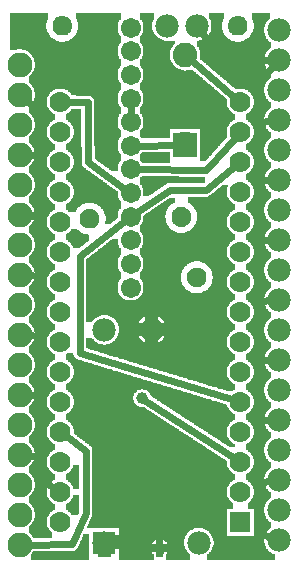
<source format=gtl>
G04 MADE WITH FRITZING*
G04 WWW.FRITZING.ORG*
G04 DOUBLE SIDED*
G04 HOLES PLATED*
G04 CONTOUR ON CENTER OF CONTOUR VECTOR*
%ASAXBY*%
%FSLAX23Y23*%
%MOIN*%
%OFA0B0*%
%SFA1.0B1.0*%
%ADD10C,0.075000*%
%ADD11C,0.083307*%
%ADD12C,0.078000*%
%ADD13C,0.039370*%
%ADD14C,0.082000*%
%ADD15C,0.070000*%
%ADD16C,0.067559*%
%ADD17R,0.078000X0.078000*%
%ADD18R,0.082000X0.082000*%
%ADD19R,0.069972X0.070000*%
%ADD20C,0.024000*%
%ADD21C,0.000100*%
%LNCOPPER1*%
G90*
G70*
G54D10*
X105Y1818D03*
X547Y1599D03*
X724Y1212D03*
X797Y1686D03*
G54D11*
X71Y94D03*
X71Y194D03*
X71Y294D03*
X71Y394D03*
X71Y494D03*
X71Y594D03*
X71Y694D03*
X71Y794D03*
X71Y894D03*
X71Y994D03*
X71Y1094D03*
X71Y1194D03*
X71Y1294D03*
X71Y1394D03*
X71Y1494D03*
X71Y1594D03*
X71Y1694D03*
G54D12*
X935Y108D03*
X935Y208D03*
X935Y308D03*
X935Y408D03*
X935Y508D03*
X935Y608D03*
X935Y708D03*
X935Y808D03*
X935Y908D03*
X935Y1008D03*
X935Y1108D03*
X935Y1208D03*
X935Y1308D03*
X935Y1408D03*
X935Y1508D03*
X935Y1608D03*
X935Y1708D03*
X935Y1808D03*
X354Y101D03*
X669Y101D03*
X354Y809D03*
X511Y810D03*
G54D13*
X539Y81D03*
G54D14*
X623Y1428D03*
X623Y1726D03*
G54D15*
X807Y170D03*
X807Y270D03*
X807Y370D03*
X807Y470D03*
X807Y570D03*
X807Y670D03*
X807Y770D03*
X807Y870D03*
X807Y970D03*
X807Y1070D03*
X807Y1170D03*
X807Y1270D03*
X807Y1370D03*
X807Y1470D03*
X807Y1570D03*
X207Y170D03*
X207Y270D03*
X207Y370D03*
X207Y470D03*
X207Y570D03*
X207Y670D03*
X207Y770D03*
X207Y870D03*
X207Y970D03*
X207Y1070D03*
X207Y1170D03*
X207Y1270D03*
X207Y1370D03*
X207Y1470D03*
X207Y1570D03*
G54D16*
X441Y1817D03*
X441Y1739D03*
X441Y1660D03*
X441Y1581D03*
X441Y1502D03*
X441Y1424D03*
X441Y1345D03*
X441Y1266D03*
X441Y1187D03*
X441Y1109D03*
X441Y1030D03*
X441Y951D03*
X441Y1817D03*
X441Y1739D03*
X441Y1660D03*
X441Y1581D03*
X441Y1502D03*
X441Y1424D03*
X441Y1345D03*
X441Y1266D03*
X441Y1187D03*
X441Y1109D03*
X441Y1030D03*
X441Y951D03*
G54D12*
X562Y1823D03*
X662Y1823D03*
G54D13*
X480Y582D03*
G54D17*
X354Y101D03*
G54D18*
X623Y1427D03*
G54D19*
X807Y170D03*
G54D20*
X143Y309D02*
X143Y387D01*
D02*
X143Y387D02*
X92Y392D01*
D02*
X92Y1193D02*
X143Y1192D01*
D02*
X143Y1536D02*
X143Y1394D01*
D02*
X87Y1581D02*
X143Y1536D01*
D02*
X143Y1394D02*
X92Y1394D01*
D02*
X192Y279D02*
X143Y309D01*
D02*
X247Y95D02*
X92Y94D01*
D02*
X292Y199D02*
X247Y95D01*
D02*
X292Y406D02*
X292Y199D01*
D02*
X221Y459D02*
X292Y406D01*
D02*
X143Y594D02*
X143Y789D01*
D02*
X143Y789D02*
X92Y793D01*
D02*
X143Y789D02*
X143Y991D01*
D02*
X92Y793D02*
X143Y789D01*
D02*
X143Y991D02*
X92Y993D01*
D02*
X143Y1186D02*
X92Y1192D01*
D02*
X92Y993D02*
X143Y991D01*
D02*
X143Y991D02*
X143Y1186D01*
D02*
X143Y1192D02*
X143Y1394D01*
D02*
X143Y1394D02*
X92Y1394D01*
D02*
X870Y1310D02*
X864Y1504D01*
D02*
X916Y1309D02*
X870Y1310D01*
D02*
X864Y1504D02*
X916Y1507D01*
D02*
X922Y1694D02*
X863Y1635D01*
D02*
X863Y1635D02*
X864Y1504D01*
D02*
X143Y387D02*
X143Y594D01*
D02*
X92Y392D02*
X143Y387D01*
D02*
X143Y594D02*
X92Y594D01*
D02*
X92Y594D02*
X143Y594D01*
D02*
X793Y1581D02*
X639Y1712D01*
D02*
X870Y711D02*
X870Y907D01*
D02*
X916Y709D02*
X870Y711D01*
D02*
X870Y907D02*
X916Y908D01*
D02*
X870Y907D02*
X870Y1108D01*
D02*
X916Y908D02*
X870Y907D01*
D02*
X870Y1108D02*
X916Y1108D01*
D02*
X870Y1108D02*
X870Y1310D01*
D02*
X916Y1108D02*
X870Y1108D01*
D02*
X870Y1310D02*
X916Y1309D01*
D02*
X864Y1504D02*
X916Y1507D01*
D02*
X870Y133D02*
X870Y302D01*
D02*
X917Y115D02*
X870Y133D01*
D02*
X870Y302D02*
X916Y306D01*
D02*
X870Y302D02*
X870Y510D01*
D02*
X916Y306D02*
X870Y302D01*
D02*
X870Y510D02*
X916Y509D01*
D02*
X870Y510D02*
X870Y711D01*
D02*
X916Y509D02*
X870Y510D01*
D02*
X870Y711D02*
X916Y709D01*
D02*
X272Y1056D02*
X272Y732D01*
D02*
X299Y1369D02*
X430Y1274D01*
D02*
X225Y1569D02*
X298Y1568D01*
D02*
X298Y1568D02*
X299Y1369D01*
D02*
X602Y1427D02*
X455Y1424D01*
D02*
X272Y732D02*
X790Y575D01*
D02*
X430Y1179D02*
X272Y1056D01*
D02*
X694Y1276D02*
X793Y1358D01*
D02*
X571Y1276D02*
X694Y1276D01*
D02*
X694Y1342D02*
X455Y1345D01*
D02*
X795Y1456D02*
X694Y1342D01*
D02*
X452Y1195D02*
X571Y1276D01*
D02*
X441Y1516D02*
X441Y1567D01*
D02*
X792Y379D02*
X487Y577D01*
D02*
X753Y1707D02*
X916Y1708D01*
D02*
X674Y1808D02*
X753Y1707D01*
G54D21*
G36*
X40Y1866D02*
X40Y1770D01*
X204Y1770D01*
X204Y1772D01*
X196Y1772D01*
X196Y1774D01*
X192Y1774D01*
X192Y1776D01*
X188Y1776D01*
X188Y1778D01*
X184Y1778D01*
X184Y1780D01*
X182Y1780D01*
X182Y1782D01*
X180Y1782D01*
X180Y1784D01*
X176Y1784D01*
X176Y1786D01*
X174Y1786D01*
X174Y1790D01*
X172Y1790D01*
X172Y1792D01*
X170Y1792D01*
X170Y1794D01*
X168Y1794D01*
X168Y1798D01*
X166Y1798D01*
X166Y1802D01*
X164Y1802D01*
X164Y1806D01*
X162Y1806D01*
X162Y1814D01*
X160Y1814D01*
X160Y1832D01*
X162Y1832D01*
X162Y1840D01*
X164Y1840D01*
X164Y1844D01*
X166Y1844D01*
X166Y1866D01*
X40Y1866D01*
G37*
D02*
G36*
X260Y1866D02*
X260Y1846D01*
X262Y1846D01*
X262Y1842D01*
X264Y1842D01*
X264Y1836D01*
X266Y1836D01*
X266Y1810D01*
X264Y1810D01*
X264Y1804D01*
X262Y1804D01*
X262Y1800D01*
X260Y1800D01*
X260Y1796D01*
X258Y1796D01*
X258Y1792D01*
X256Y1792D01*
X256Y1790D01*
X254Y1790D01*
X254Y1788D01*
X252Y1788D01*
X252Y1786D01*
X250Y1786D01*
X250Y1784D01*
X248Y1784D01*
X248Y1782D01*
X246Y1782D01*
X246Y1780D01*
X242Y1780D01*
X242Y1778D01*
X240Y1778D01*
X240Y1776D01*
X236Y1776D01*
X236Y1774D01*
X230Y1774D01*
X230Y1772D01*
X224Y1772D01*
X224Y1770D01*
X410Y1770D01*
X410Y1788D01*
X408Y1788D01*
X408Y1790D01*
X406Y1790D01*
X406Y1792D01*
X404Y1792D01*
X404Y1796D01*
X402Y1796D01*
X402Y1800D01*
X400Y1800D01*
X400Y1806D01*
X398Y1806D01*
X398Y1830D01*
X400Y1830D01*
X400Y1836D01*
X402Y1836D01*
X402Y1838D01*
X404Y1838D01*
X404Y1842D01*
X406Y1842D01*
X406Y1844D01*
X408Y1844D01*
X408Y1866D01*
X260Y1866D01*
G37*
D02*
G36*
X40Y1770D02*
X40Y1768D01*
X410Y1768D01*
X410Y1770D01*
X40Y1770D01*
G37*
D02*
G36*
X40Y1770D02*
X40Y1768D01*
X410Y1768D01*
X410Y1770D01*
X40Y1770D01*
G37*
D02*
G36*
X40Y1768D02*
X40Y1746D01*
X80Y1746D01*
X80Y1744D01*
X88Y1744D01*
X88Y1742D01*
X92Y1742D01*
X92Y1740D01*
X96Y1740D01*
X96Y1738D01*
X100Y1738D01*
X100Y1736D01*
X102Y1736D01*
X102Y1734D01*
X104Y1734D01*
X104Y1732D01*
X106Y1732D01*
X106Y1730D01*
X108Y1730D01*
X108Y1728D01*
X110Y1728D01*
X110Y1726D01*
X112Y1726D01*
X112Y1724D01*
X114Y1724D01*
X114Y1720D01*
X116Y1720D01*
X116Y1716D01*
X118Y1716D01*
X118Y1712D01*
X120Y1712D01*
X120Y1704D01*
X122Y1704D01*
X122Y1684D01*
X120Y1684D01*
X120Y1676D01*
X118Y1676D01*
X118Y1672D01*
X116Y1672D01*
X116Y1668D01*
X114Y1668D01*
X114Y1666D01*
X112Y1666D01*
X112Y1662D01*
X110Y1662D01*
X110Y1660D01*
X108Y1660D01*
X108Y1658D01*
X106Y1658D01*
X106Y1656D01*
X104Y1656D01*
X104Y1654D01*
X102Y1654D01*
X102Y1634D01*
X104Y1634D01*
X104Y1632D01*
X106Y1632D01*
X106Y1630D01*
X108Y1630D01*
X108Y1628D01*
X110Y1628D01*
X110Y1626D01*
X112Y1626D01*
X112Y1624D01*
X114Y1624D01*
X114Y1620D01*
X116Y1620D01*
X116Y1616D01*
X118Y1616D01*
X118Y1614D01*
X218Y1614D01*
X218Y1612D01*
X224Y1612D01*
X224Y1610D01*
X228Y1610D01*
X228Y1608D01*
X232Y1608D01*
X232Y1606D01*
X234Y1606D01*
X234Y1604D01*
X238Y1604D01*
X238Y1602D01*
X240Y1602D01*
X240Y1598D01*
X242Y1598D01*
X242Y1596D01*
X244Y1596D01*
X244Y1594D01*
X246Y1594D01*
X246Y1592D01*
X260Y1592D01*
X260Y1590D01*
X306Y1590D01*
X306Y1588D01*
X310Y1588D01*
X310Y1586D01*
X312Y1586D01*
X312Y1584D01*
X314Y1584D01*
X314Y1582D01*
X316Y1582D01*
X316Y1580D01*
X318Y1580D01*
X318Y1576D01*
X320Y1576D01*
X320Y1422D01*
X322Y1422D01*
X322Y1378D01*
X326Y1378D01*
X326Y1376D01*
X328Y1376D01*
X328Y1374D01*
X332Y1374D01*
X332Y1372D01*
X334Y1372D01*
X334Y1370D01*
X336Y1370D01*
X336Y1368D01*
X340Y1368D01*
X340Y1366D01*
X342Y1366D01*
X342Y1364D01*
X346Y1364D01*
X346Y1362D01*
X348Y1362D01*
X348Y1360D01*
X350Y1360D01*
X350Y1358D01*
X354Y1358D01*
X354Y1356D01*
X356Y1356D01*
X356Y1354D01*
X358Y1354D01*
X358Y1352D01*
X362Y1352D01*
X362Y1350D01*
X364Y1350D01*
X364Y1348D01*
X368Y1348D01*
X368Y1346D01*
X370Y1346D01*
X370Y1344D01*
X372Y1344D01*
X372Y1342D01*
X376Y1342D01*
X376Y1340D01*
X378Y1340D01*
X378Y1338D01*
X398Y1338D01*
X398Y1356D01*
X400Y1356D01*
X400Y1362D01*
X402Y1362D01*
X402Y1366D01*
X404Y1366D01*
X404Y1370D01*
X406Y1370D01*
X406Y1372D01*
X408Y1372D01*
X408Y1374D01*
X410Y1374D01*
X410Y1394D01*
X408Y1394D01*
X408Y1396D01*
X406Y1396D01*
X406Y1400D01*
X404Y1400D01*
X404Y1402D01*
X402Y1402D01*
X402Y1406D01*
X400Y1406D01*
X400Y1412D01*
X398Y1412D01*
X398Y1436D01*
X400Y1436D01*
X400Y1442D01*
X402Y1442D01*
X402Y1446D01*
X404Y1446D01*
X404Y1448D01*
X406Y1448D01*
X406Y1452D01*
X408Y1452D01*
X408Y1476D01*
X406Y1476D01*
X406Y1478D01*
X404Y1478D01*
X404Y1482D01*
X402Y1482D01*
X402Y1484D01*
X400Y1484D01*
X400Y1492D01*
X398Y1492D01*
X398Y1514D01*
X400Y1514D01*
X400Y1520D01*
X402Y1520D01*
X402Y1524D01*
X404Y1524D01*
X404Y1528D01*
X406Y1528D01*
X406Y1530D01*
X408Y1530D01*
X408Y1532D01*
X410Y1532D01*
X410Y1552D01*
X408Y1552D01*
X408Y1554D01*
X406Y1554D01*
X406Y1556D01*
X404Y1556D01*
X404Y1560D01*
X402Y1560D01*
X402Y1564D01*
X400Y1564D01*
X400Y1570D01*
X398Y1570D01*
X398Y1592D01*
X400Y1592D01*
X400Y1598D01*
X402Y1598D01*
X402Y1602D01*
X404Y1602D01*
X404Y1606D01*
X406Y1606D01*
X406Y1608D01*
X408Y1608D01*
X408Y1632D01*
X406Y1632D01*
X406Y1636D01*
X404Y1636D01*
X404Y1638D01*
X402Y1638D01*
X402Y1642D01*
X400Y1642D01*
X400Y1648D01*
X398Y1648D01*
X398Y1672D01*
X400Y1672D01*
X400Y1678D01*
X402Y1678D01*
X402Y1682D01*
X404Y1682D01*
X404Y1684D01*
X406Y1684D01*
X406Y1688D01*
X408Y1688D01*
X408Y1690D01*
X410Y1690D01*
X410Y1710D01*
X408Y1710D01*
X408Y1712D01*
X406Y1712D01*
X406Y1714D01*
X404Y1714D01*
X404Y1718D01*
X402Y1718D01*
X402Y1722D01*
X400Y1722D01*
X400Y1728D01*
X398Y1728D01*
X398Y1750D01*
X400Y1750D01*
X400Y1756D01*
X402Y1756D01*
X402Y1760D01*
X404Y1760D01*
X404Y1764D01*
X406Y1764D01*
X406Y1766D01*
X408Y1766D01*
X408Y1768D01*
X40Y1768D01*
G37*
D02*
G36*
X40Y1746D02*
X40Y1744D01*
X62Y1744D01*
X62Y1746D01*
X40Y1746D01*
G37*
D02*
G36*
X118Y1614D02*
X118Y1612D01*
X120Y1612D01*
X120Y1604D01*
X122Y1604D01*
X122Y1584D01*
X120Y1584D01*
X120Y1576D01*
X118Y1576D01*
X118Y1572D01*
X116Y1572D01*
X116Y1568D01*
X114Y1568D01*
X114Y1566D01*
X112Y1566D01*
X112Y1562D01*
X110Y1562D01*
X110Y1560D01*
X108Y1560D01*
X108Y1558D01*
X106Y1558D01*
X106Y1556D01*
X104Y1556D01*
X104Y1554D01*
X102Y1554D01*
X102Y1534D01*
X104Y1534D01*
X104Y1532D01*
X106Y1532D01*
X106Y1530D01*
X108Y1530D01*
X108Y1528D01*
X110Y1528D01*
X110Y1526D01*
X112Y1526D01*
X112Y1524D01*
X114Y1524D01*
X114Y1520D01*
X116Y1520D01*
X116Y1516D01*
X118Y1516D01*
X118Y1512D01*
X120Y1512D01*
X120Y1504D01*
X122Y1504D01*
X122Y1484D01*
X120Y1484D01*
X120Y1476D01*
X118Y1476D01*
X118Y1472D01*
X116Y1472D01*
X116Y1468D01*
X114Y1468D01*
X114Y1466D01*
X112Y1466D01*
X112Y1462D01*
X110Y1462D01*
X110Y1460D01*
X108Y1460D01*
X108Y1458D01*
X106Y1458D01*
X106Y1456D01*
X104Y1456D01*
X104Y1454D01*
X102Y1454D01*
X102Y1434D01*
X104Y1434D01*
X104Y1432D01*
X106Y1432D01*
X106Y1430D01*
X108Y1430D01*
X108Y1428D01*
X110Y1428D01*
X110Y1426D01*
X112Y1426D01*
X112Y1424D01*
X114Y1424D01*
X114Y1420D01*
X116Y1420D01*
X116Y1416D01*
X118Y1416D01*
X118Y1412D01*
X120Y1412D01*
X120Y1404D01*
X122Y1404D01*
X122Y1384D01*
X120Y1384D01*
X120Y1376D01*
X118Y1376D01*
X118Y1372D01*
X116Y1372D01*
X116Y1368D01*
X114Y1368D01*
X114Y1366D01*
X112Y1366D01*
X112Y1362D01*
X110Y1362D01*
X110Y1360D01*
X108Y1360D01*
X108Y1358D01*
X106Y1358D01*
X106Y1356D01*
X104Y1356D01*
X104Y1354D01*
X102Y1354D01*
X102Y1334D01*
X104Y1334D01*
X104Y1332D01*
X106Y1332D01*
X106Y1330D01*
X108Y1330D01*
X108Y1328D01*
X110Y1328D01*
X110Y1326D01*
X112Y1326D01*
X112Y1324D01*
X114Y1324D01*
X114Y1320D01*
X116Y1320D01*
X116Y1316D01*
X118Y1316D01*
X118Y1312D01*
X120Y1312D01*
X120Y1304D01*
X122Y1304D01*
X122Y1284D01*
X120Y1284D01*
X120Y1276D01*
X118Y1276D01*
X118Y1272D01*
X116Y1272D01*
X116Y1268D01*
X114Y1268D01*
X114Y1266D01*
X112Y1266D01*
X112Y1262D01*
X110Y1262D01*
X110Y1260D01*
X108Y1260D01*
X108Y1258D01*
X106Y1258D01*
X106Y1256D01*
X104Y1256D01*
X104Y1254D01*
X102Y1254D01*
X102Y1234D01*
X104Y1234D01*
X104Y1232D01*
X106Y1232D01*
X106Y1230D01*
X108Y1230D01*
X108Y1228D01*
X110Y1228D01*
X110Y1226D01*
X112Y1226D01*
X112Y1224D01*
X114Y1224D01*
X114Y1220D01*
X116Y1220D01*
X116Y1216D01*
X118Y1216D01*
X118Y1212D01*
X120Y1212D01*
X120Y1204D01*
X122Y1204D01*
X122Y1184D01*
X120Y1184D01*
X120Y1176D01*
X118Y1176D01*
X118Y1172D01*
X116Y1172D01*
X116Y1168D01*
X114Y1168D01*
X114Y1166D01*
X112Y1166D01*
X112Y1162D01*
X110Y1162D01*
X110Y1160D01*
X108Y1160D01*
X108Y1158D01*
X106Y1158D01*
X106Y1156D01*
X104Y1156D01*
X104Y1154D01*
X102Y1154D01*
X102Y1134D01*
X104Y1134D01*
X104Y1132D01*
X106Y1132D01*
X106Y1130D01*
X108Y1130D01*
X108Y1128D01*
X110Y1128D01*
X110Y1126D01*
X112Y1126D01*
X112Y1124D01*
X114Y1124D01*
X114Y1120D01*
X116Y1120D01*
X116Y1116D01*
X118Y1116D01*
X118Y1112D01*
X120Y1112D01*
X120Y1104D01*
X122Y1104D01*
X122Y1084D01*
X120Y1084D01*
X120Y1076D01*
X118Y1076D01*
X118Y1072D01*
X116Y1072D01*
X116Y1068D01*
X114Y1068D01*
X114Y1066D01*
X112Y1066D01*
X112Y1062D01*
X110Y1062D01*
X110Y1060D01*
X108Y1060D01*
X108Y1058D01*
X106Y1058D01*
X106Y1056D01*
X104Y1056D01*
X104Y1054D01*
X102Y1054D01*
X102Y1034D01*
X104Y1034D01*
X104Y1032D01*
X106Y1032D01*
X106Y1030D01*
X108Y1030D01*
X108Y1028D01*
X110Y1028D01*
X110Y1026D01*
X112Y1026D01*
X112Y1024D01*
X114Y1024D01*
X114Y1020D01*
X116Y1020D01*
X116Y1016D01*
X118Y1016D01*
X118Y1012D01*
X120Y1012D01*
X120Y1004D01*
X122Y1004D01*
X122Y984D01*
X120Y984D01*
X120Y976D01*
X118Y976D01*
X118Y972D01*
X116Y972D01*
X116Y968D01*
X114Y968D01*
X114Y966D01*
X112Y966D01*
X112Y962D01*
X110Y962D01*
X110Y960D01*
X108Y960D01*
X108Y958D01*
X106Y958D01*
X106Y956D01*
X104Y956D01*
X104Y954D01*
X102Y954D01*
X102Y934D01*
X104Y934D01*
X104Y932D01*
X106Y932D01*
X106Y930D01*
X108Y930D01*
X108Y928D01*
X110Y928D01*
X110Y926D01*
X112Y926D01*
X112Y924D01*
X114Y924D01*
X114Y920D01*
X116Y920D01*
X116Y916D01*
X118Y916D01*
X118Y912D01*
X120Y912D01*
X120Y904D01*
X122Y904D01*
X122Y884D01*
X120Y884D01*
X120Y876D01*
X118Y876D01*
X118Y872D01*
X116Y872D01*
X116Y868D01*
X114Y868D01*
X114Y866D01*
X112Y866D01*
X112Y862D01*
X110Y862D01*
X110Y860D01*
X108Y860D01*
X108Y858D01*
X106Y858D01*
X106Y856D01*
X104Y856D01*
X104Y854D01*
X102Y854D01*
X102Y834D01*
X104Y834D01*
X104Y832D01*
X106Y832D01*
X106Y830D01*
X108Y830D01*
X108Y828D01*
X110Y828D01*
X110Y826D01*
X112Y826D01*
X112Y824D01*
X114Y824D01*
X114Y820D01*
X116Y820D01*
X116Y816D01*
X118Y816D01*
X118Y812D01*
X120Y812D01*
X120Y804D01*
X122Y804D01*
X122Y784D01*
X120Y784D01*
X120Y776D01*
X118Y776D01*
X118Y772D01*
X116Y772D01*
X116Y768D01*
X114Y768D01*
X114Y766D01*
X112Y766D01*
X112Y762D01*
X110Y762D01*
X110Y760D01*
X108Y760D01*
X108Y758D01*
X106Y758D01*
X106Y756D01*
X104Y756D01*
X104Y754D01*
X102Y754D01*
X102Y734D01*
X104Y734D01*
X104Y732D01*
X106Y732D01*
X106Y730D01*
X108Y730D01*
X108Y728D01*
X110Y728D01*
X110Y726D01*
X112Y726D01*
X112Y724D01*
X114Y724D01*
X114Y720D01*
X116Y720D01*
X116Y716D01*
X118Y716D01*
X118Y712D01*
X120Y712D01*
X120Y704D01*
X122Y704D01*
X122Y684D01*
X120Y684D01*
X120Y676D01*
X118Y676D01*
X118Y672D01*
X116Y672D01*
X116Y668D01*
X114Y668D01*
X114Y666D01*
X112Y666D01*
X112Y662D01*
X110Y662D01*
X110Y660D01*
X108Y660D01*
X108Y658D01*
X106Y658D01*
X106Y656D01*
X104Y656D01*
X104Y654D01*
X102Y654D01*
X102Y634D01*
X104Y634D01*
X104Y632D01*
X106Y632D01*
X106Y630D01*
X108Y630D01*
X108Y628D01*
X110Y628D01*
X110Y626D01*
X112Y626D01*
X112Y624D01*
X114Y624D01*
X114Y620D01*
X116Y620D01*
X116Y616D01*
X118Y616D01*
X118Y612D01*
X120Y612D01*
X120Y604D01*
X122Y604D01*
X122Y584D01*
X120Y584D01*
X120Y576D01*
X118Y576D01*
X118Y572D01*
X116Y572D01*
X116Y568D01*
X114Y568D01*
X114Y566D01*
X112Y566D01*
X112Y562D01*
X110Y562D01*
X110Y560D01*
X108Y560D01*
X108Y558D01*
X106Y558D01*
X106Y556D01*
X104Y556D01*
X104Y554D01*
X102Y554D01*
X102Y534D01*
X104Y534D01*
X104Y532D01*
X106Y532D01*
X106Y530D01*
X108Y530D01*
X108Y528D01*
X110Y528D01*
X110Y526D01*
X112Y526D01*
X112Y524D01*
X114Y524D01*
X114Y520D01*
X116Y520D01*
X116Y516D01*
X118Y516D01*
X118Y512D01*
X120Y512D01*
X120Y504D01*
X122Y504D01*
X122Y484D01*
X120Y484D01*
X120Y476D01*
X118Y476D01*
X118Y472D01*
X116Y472D01*
X116Y468D01*
X114Y468D01*
X114Y466D01*
X112Y466D01*
X112Y462D01*
X110Y462D01*
X110Y460D01*
X108Y460D01*
X108Y458D01*
X106Y458D01*
X106Y456D01*
X104Y456D01*
X104Y454D01*
X102Y454D01*
X102Y434D01*
X104Y434D01*
X104Y432D01*
X106Y432D01*
X106Y430D01*
X108Y430D01*
X108Y428D01*
X110Y428D01*
X110Y426D01*
X112Y426D01*
X112Y424D01*
X114Y424D01*
X114Y420D01*
X116Y420D01*
X116Y416D01*
X118Y416D01*
X118Y412D01*
X120Y412D01*
X120Y404D01*
X122Y404D01*
X122Y384D01*
X120Y384D01*
X120Y376D01*
X118Y376D01*
X118Y372D01*
X116Y372D01*
X116Y368D01*
X114Y368D01*
X114Y366D01*
X112Y366D01*
X112Y362D01*
X110Y362D01*
X110Y360D01*
X108Y360D01*
X108Y358D01*
X106Y358D01*
X106Y356D01*
X104Y356D01*
X104Y354D01*
X102Y354D01*
X102Y334D01*
X104Y334D01*
X104Y332D01*
X106Y332D01*
X106Y330D01*
X108Y330D01*
X108Y328D01*
X110Y328D01*
X110Y326D01*
X112Y326D01*
X112Y324D01*
X114Y324D01*
X114Y320D01*
X116Y320D01*
X116Y316D01*
X118Y316D01*
X118Y312D01*
X120Y312D01*
X120Y304D01*
X122Y304D01*
X122Y284D01*
X120Y284D01*
X120Y276D01*
X118Y276D01*
X118Y272D01*
X116Y272D01*
X116Y268D01*
X114Y268D01*
X114Y266D01*
X112Y266D01*
X112Y262D01*
X110Y262D01*
X110Y260D01*
X108Y260D01*
X108Y258D01*
X106Y258D01*
X106Y256D01*
X104Y256D01*
X104Y254D01*
X102Y254D01*
X102Y234D01*
X104Y234D01*
X104Y232D01*
X106Y232D01*
X106Y230D01*
X108Y230D01*
X108Y228D01*
X110Y228D01*
X110Y226D01*
X112Y226D01*
X112Y224D01*
X114Y224D01*
X114Y220D01*
X116Y220D01*
X116Y216D01*
X118Y216D01*
X118Y212D01*
X120Y212D01*
X120Y204D01*
X122Y204D01*
X122Y184D01*
X120Y184D01*
X120Y176D01*
X118Y176D01*
X118Y172D01*
X116Y172D01*
X116Y168D01*
X114Y168D01*
X114Y166D01*
X112Y166D01*
X112Y162D01*
X110Y162D01*
X110Y160D01*
X108Y160D01*
X108Y158D01*
X106Y158D01*
X106Y156D01*
X104Y156D01*
X104Y154D01*
X102Y154D01*
X102Y134D01*
X104Y134D01*
X104Y132D01*
X106Y132D01*
X106Y130D01*
X108Y130D01*
X108Y128D01*
X110Y128D01*
X110Y126D01*
X112Y126D01*
X112Y124D01*
X114Y124D01*
X114Y120D01*
X116Y120D01*
X116Y116D01*
X178Y116D01*
X178Y136D01*
X176Y136D01*
X176Y138D01*
X174Y138D01*
X174Y140D01*
X172Y140D01*
X172Y144D01*
X170Y144D01*
X170Y146D01*
X168Y146D01*
X168Y150D01*
X166Y150D01*
X166Y154D01*
X164Y154D01*
X164Y160D01*
X162Y160D01*
X162Y178D01*
X164Y178D01*
X164Y186D01*
X166Y186D01*
X166Y190D01*
X168Y190D01*
X168Y194D01*
X170Y194D01*
X170Y196D01*
X172Y196D01*
X172Y198D01*
X174Y198D01*
X174Y202D01*
X176Y202D01*
X176Y204D01*
X180Y204D01*
X180Y206D01*
X182Y206D01*
X182Y208D01*
X186Y208D01*
X186Y210D01*
X188Y210D01*
X188Y230D01*
X184Y230D01*
X184Y232D01*
X182Y232D01*
X182Y234D01*
X178Y234D01*
X178Y236D01*
X176Y236D01*
X176Y238D01*
X174Y238D01*
X174Y240D01*
X172Y240D01*
X172Y244D01*
X170Y244D01*
X170Y246D01*
X168Y246D01*
X168Y250D01*
X166Y250D01*
X166Y254D01*
X164Y254D01*
X164Y260D01*
X162Y260D01*
X162Y278D01*
X164Y278D01*
X164Y286D01*
X166Y286D01*
X166Y290D01*
X168Y290D01*
X168Y294D01*
X170Y294D01*
X170Y296D01*
X172Y296D01*
X172Y298D01*
X174Y298D01*
X174Y302D01*
X176Y302D01*
X176Y304D01*
X180Y304D01*
X180Y306D01*
X182Y306D01*
X182Y308D01*
X186Y308D01*
X186Y310D01*
X188Y310D01*
X188Y330D01*
X184Y330D01*
X184Y332D01*
X182Y332D01*
X182Y334D01*
X178Y334D01*
X178Y336D01*
X176Y336D01*
X176Y338D01*
X174Y338D01*
X174Y340D01*
X172Y340D01*
X172Y344D01*
X170Y344D01*
X170Y346D01*
X168Y346D01*
X168Y350D01*
X166Y350D01*
X166Y354D01*
X164Y354D01*
X164Y360D01*
X162Y360D01*
X162Y378D01*
X164Y378D01*
X164Y386D01*
X166Y386D01*
X166Y390D01*
X168Y390D01*
X168Y394D01*
X170Y394D01*
X170Y396D01*
X172Y396D01*
X172Y398D01*
X174Y398D01*
X174Y402D01*
X176Y402D01*
X176Y404D01*
X180Y404D01*
X180Y406D01*
X182Y406D01*
X182Y408D01*
X186Y408D01*
X186Y410D01*
X188Y410D01*
X188Y430D01*
X184Y430D01*
X184Y432D01*
X182Y432D01*
X182Y434D01*
X178Y434D01*
X178Y436D01*
X176Y436D01*
X176Y438D01*
X174Y438D01*
X174Y440D01*
X172Y440D01*
X172Y444D01*
X170Y444D01*
X170Y446D01*
X168Y446D01*
X168Y450D01*
X166Y450D01*
X166Y454D01*
X164Y454D01*
X164Y460D01*
X162Y460D01*
X162Y478D01*
X164Y478D01*
X164Y486D01*
X166Y486D01*
X166Y490D01*
X168Y490D01*
X168Y494D01*
X170Y494D01*
X170Y496D01*
X172Y496D01*
X172Y498D01*
X174Y498D01*
X174Y502D01*
X176Y502D01*
X176Y504D01*
X180Y504D01*
X180Y506D01*
X182Y506D01*
X182Y508D01*
X186Y508D01*
X186Y510D01*
X188Y510D01*
X188Y530D01*
X184Y530D01*
X184Y532D01*
X182Y532D01*
X182Y534D01*
X178Y534D01*
X178Y536D01*
X176Y536D01*
X176Y538D01*
X174Y538D01*
X174Y540D01*
X172Y540D01*
X172Y544D01*
X170Y544D01*
X170Y546D01*
X168Y546D01*
X168Y550D01*
X166Y550D01*
X166Y554D01*
X164Y554D01*
X164Y560D01*
X162Y560D01*
X162Y578D01*
X164Y578D01*
X164Y586D01*
X166Y586D01*
X166Y590D01*
X168Y590D01*
X168Y594D01*
X170Y594D01*
X170Y596D01*
X172Y596D01*
X172Y598D01*
X174Y598D01*
X174Y602D01*
X176Y602D01*
X176Y604D01*
X180Y604D01*
X180Y606D01*
X182Y606D01*
X182Y608D01*
X186Y608D01*
X186Y610D01*
X188Y610D01*
X188Y630D01*
X184Y630D01*
X184Y632D01*
X182Y632D01*
X182Y634D01*
X178Y634D01*
X178Y636D01*
X176Y636D01*
X176Y638D01*
X174Y638D01*
X174Y640D01*
X172Y640D01*
X172Y644D01*
X170Y644D01*
X170Y646D01*
X168Y646D01*
X168Y650D01*
X166Y650D01*
X166Y654D01*
X164Y654D01*
X164Y660D01*
X162Y660D01*
X162Y678D01*
X164Y678D01*
X164Y686D01*
X166Y686D01*
X166Y690D01*
X168Y690D01*
X168Y694D01*
X170Y694D01*
X170Y696D01*
X172Y696D01*
X172Y698D01*
X174Y698D01*
X174Y702D01*
X176Y702D01*
X176Y704D01*
X180Y704D01*
X180Y706D01*
X182Y706D01*
X182Y708D01*
X186Y708D01*
X186Y710D01*
X188Y710D01*
X188Y730D01*
X184Y730D01*
X184Y732D01*
X182Y732D01*
X182Y734D01*
X178Y734D01*
X178Y736D01*
X176Y736D01*
X176Y738D01*
X174Y738D01*
X174Y740D01*
X172Y740D01*
X172Y744D01*
X170Y744D01*
X170Y746D01*
X168Y746D01*
X168Y750D01*
X166Y750D01*
X166Y754D01*
X164Y754D01*
X164Y760D01*
X162Y760D01*
X162Y778D01*
X164Y778D01*
X164Y786D01*
X166Y786D01*
X166Y790D01*
X168Y790D01*
X168Y794D01*
X170Y794D01*
X170Y796D01*
X172Y796D01*
X172Y798D01*
X174Y798D01*
X174Y802D01*
X176Y802D01*
X176Y804D01*
X180Y804D01*
X180Y806D01*
X182Y806D01*
X182Y808D01*
X186Y808D01*
X186Y810D01*
X188Y810D01*
X188Y830D01*
X184Y830D01*
X184Y832D01*
X182Y832D01*
X182Y834D01*
X178Y834D01*
X178Y836D01*
X176Y836D01*
X176Y838D01*
X174Y838D01*
X174Y840D01*
X172Y840D01*
X172Y844D01*
X170Y844D01*
X170Y846D01*
X168Y846D01*
X168Y850D01*
X166Y850D01*
X166Y854D01*
X164Y854D01*
X164Y860D01*
X162Y860D01*
X162Y878D01*
X164Y878D01*
X164Y886D01*
X166Y886D01*
X166Y890D01*
X168Y890D01*
X168Y894D01*
X170Y894D01*
X170Y896D01*
X172Y896D01*
X172Y898D01*
X174Y898D01*
X174Y902D01*
X176Y902D01*
X176Y904D01*
X180Y904D01*
X180Y906D01*
X182Y906D01*
X182Y908D01*
X186Y908D01*
X186Y910D01*
X188Y910D01*
X188Y930D01*
X184Y930D01*
X184Y932D01*
X182Y932D01*
X182Y934D01*
X178Y934D01*
X178Y936D01*
X176Y936D01*
X176Y938D01*
X174Y938D01*
X174Y940D01*
X172Y940D01*
X172Y944D01*
X170Y944D01*
X170Y946D01*
X168Y946D01*
X168Y950D01*
X166Y950D01*
X166Y954D01*
X164Y954D01*
X164Y960D01*
X162Y960D01*
X162Y978D01*
X164Y978D01*
X164Y986D01*
X166Y986D01*
X166Y990D01*
X168Y990D01*
X168Y994D01*
X170Y994D01*
X170Y996D01*
X172Y996D01*
X172Y998D01*
X174Y998D01*
X174Y1002D01*
X176Y1002D01*
X176Y1004D01*
X180Y1004D01*
X180Y1006D01*
X182Y1006D01*
X182Y1008D01*
X186Y1008D01*
X186Y1010D01*
X188Y1010D01*
X188Y1030D01*
X184Y1030D01*
X184Y1032D01*
X182Y1032D01*
X182Y1034D01*
X178Y1034D01*
X178Y1036D01*
X176Y1036D01*
X176Y1038D01*
X174Y1038D01*
X174Y1040D01*
X172Y1040D01*
X172Y1044D01*
X170Y1044D01*
X170Y1046D01*
X168Y1046D01*
X168Y1050D01*
X166Y1050D01*
X166Y1054D01*
X164Y1054D01*
X164Y1060D01*
X162Y1060D01*
X162Y1078D01*
X164Y1078D01*
X164Y1086D01*
X166Y1086D01*
X166Y1090D01*
X168Y1090D01*
X168Y1094D01*
X170Y1094D01*
X170Y1096D01*
X172Y1096D01*
X172Y1098D01*
X174Y1098D01*
X174Y1102D01*
X176Y1102D01*
X176Y1104D01*
X180Y1104D01*
X180Y1106D01*
X182Y1106D01*
X182Y1108D01*
X186Y1108D01*
X186Y1110D01*
X188Y1110D01*
X188Y1130D01*
X184Y1130D01*
X184Y1132D01*
X182Y1132D01*
X182Y1134D01*
X178Y1134D01*
X178Y1136D01*
X176Y1136D01*
X176Y1138D01*
X174Y1138D01*
X174Y1140D01*
X172Y1140D01*
X172Y1144D01*
X170Y1144D01*
X170Y1146D01*
X168Y1146D01*
X168Y1150D01*
X166Y1150D01*
X166Y1154D01*
X164Y1154D01*
X164Y1160D01*
X162Y1160D01*
X162Y1178D01*
X164Y1178D01*
X164Y1186D01*
X166Y1186D01*
X166Y1190D01*
X168Y1190D01*
X168Y1194D01*
X170Y1194D01*
X170Y1196D01*
X172Y1196D01*
X172Y1198D01*
X174Y1198D01*
X174Y1202D01*
X176Y1202D01*
X176Y1204D01*
X180Y1204D01*
X180Y1206D01*
X182Y1206D01*
X182Y1208D01*
X186Y1208D01*
X186Y1210D01*
X188Y1210D01*
X188Y1230D01*
X184Y1230D01*
X184Y1232D01*
X182Y1232D01*
X182Y1234D01*
X178Y1234D01*
X178Y1236D01*
X176Y1236D01*
X176Y1238D01*
X174Y1238D01*
X174Y1240D01*
X172Y1240D01*
X172Y1244D01*
X170Y1244D01*
X170Y1246D01*
X168Y1246D01*
X168Y1250D01*
X166Y1250D01*
X166Y1254D01*
X164Y1254D01*
X164Y1260D01*
X162Y1260D01*
X162Y1278D01*
X164Y1278D01*
X164Y1286D01*
X166Y1286D01*
X166Y1290D01*
X168Y1290D01*
X168Y1294D01*
X170Y1294D01*
X170Y1296D01*
X172Y1296D01*
X172Y1298D01*
X174Y1298D01*
X174Y1302D01*
X176Y1302D01*
X176Y1304D01*
X180Y1304D01*
X180Y1306D01*
X182Y1306D01*
X182Y1308D01*
X186Y1308D01*
X186Y1310D01*
X188Y1310D01*
X188Y1330D01*
X184Y1330D01*
X184Y1332D01*
X182Y1332D01*
X182Y1334D01*
X178Y1334D01*
X178Y1336D01*
X176Y1336D01*
X176Y1338D01*
X174Y1338D01*
X174Y1340D01*
X172Y1340D01*
X172Y1344D01*
X170Y1344D01*
X170Y1346D01*
X168Y1346D01*
X168Y1350D01*
X166Y1350D01*
X166Y1354D01*
X164Y1354D01*
X164Y1360D01*
X162Y1360D01*
X162Y1378D01*
X164Y1378D01*
X164Y1386D01*
X166Y1386D01*
X166Y1390D01*
X168Y1390D01*
X168Y1394D01*
X170Y1394D01*
X170Y1396D01*
X172Y1396D01*
X172Y1398D01*
X174Y1398D01*
X174Y1402D01*
X176Y1402D01*
X176Y1404D01*
X180Y1404D01*
X180Y1406D01*
X182Y1406D01*
X182Y1408D01*
X186Y1408D01*
X186Y1410D01*
X188Y1410D01*
X188Y1430D01*
X184Y1430D01*
X184Y1432D01*
X182Y1432D01*
X182Y1434D01*
X178Y1434D01*
X178Y1436D01*
X176Y1436D01*
X176Y1438D01*
X174Y1438D01*
X174Y1440D01*
X172Y1440D01*
X172Y1444D01*
X170Y1444D01*
X170Y1446D01*
X168Y1446D01*
X168Y1450D01*
X166Y1450D01*
X166Y1454D01*
X164Y1454D01*
X164Y1460D01*
X162Y1460D01*
X162Y1478D01*
X164Y1478D01*
X164Y1486D01*
X166Y1486D01*
X166Y1490D01*
X168Y1490D01*
X168Y1494D01*
X170Y1494D01*
X170Y1496D01*
X172Y1496D01*
X172Y1498D01*
X174Y1498D01*
X174Y1502D01*
X176Y1502D01*
X176Y1504D01*
X180Y1504D01*
X180Y1506D01*
X182Y1506D01*
X182Y1508D01*
X186Y1508D01*
X186Y1510D01*
X188Y1510D01*
X188Y1530D01*
X184Y1530D01*
X184Y1532D01*
X182Y1532D01*
X182Y1534D01*
X178Y1534D01*
X178Y1536D01*
X176Y1536D01*
X176Y1538D01*
X174Y1538D01*
X174Y1540D01*
X172Y1540D01*
X172Y1544D01*
X170Y1544D01*
X170Y1546D01*
X168Y1546D01*
X168Y1550D01*
X166Y1550D01*
X166Y1554D01*
X164Y1554D01*
X164Y1560D01*
X162Y1560D01*
X162Y1578D01*
X164Y1578D01*
X164Y1586D01*
X166Y1586D01*
X166Y1590D01*
X168Y1590D01*
X168Y1594D01*
X170Y1594D01*
X170Y1596D01*
X172Y1596D01*
X172Y1598D01*
X174Y1598D01*
X174Y1602D01*
X176Y1602D01*
X176Y1604D01*
X180Y1604D01*
X180Y1606D01*
X182Y1606D01*
X182Y1608D01*
X186Y1608D01*
X186Y1610D01*
X190Y1610D01*
X190Y1612D01*
X196Y1612D01*
X196Y1614D01*
X118Y1614D01*
G37*
D02*
G36*
X474Y1866D02*
X474Y1844D01*
X476Y1844D01*
X476Y1842D01*
X478Y1842D01*
X478Y1838D01*
X480Y1838D01*
X480Y1836D01*
X482Y1836D01*
X482Y1830D01*
X484Y1830D01*
X484Y1806D01*
X482Y1806D01*
X482Y1800D01*
X480Y1800D01*
X480Y1796D01*
X478Y1796D01*
X478Y1792D01*
X476Y1792D01*
X476Y1790D01*
X474Y1790D01*
X474Y1788D01*
X472Y1788D01*
X472Y1768D01*
X474Y1768D01*
X474Y1766D01*
X476Y1766D01*
X476Y1764D01*
X478Y1764D01*
X478Y1760D01*
X480Y1760D01*
X480Y1756D01*
X482Y1756D01*
X482Y1750D01*
X484Y1750D01*
X484Y1728D01*
X482Y1728D01*
X482Y1722D01*
X480Y1722D01*
X480Y1718D01*
X478Y1718D01*
X478Y1714D01*
X476Y1714D01*
X476Y1712D01*
X474Y1712D01*
X474Y1710D01*
X472Y1710D01*
X472Y1690D01*
X474Y1690D01*
X474Y1688D01*
X476Y1688D01*
X476Y1684D01*
X478Y1684D01*
X478Y1682D01*
X480Y1682D01*
X480Y1678D01*
X482Y1678D01*
X482Y1674D01*
X620Y1674D01*
X620Y1676D01*
X608Y1676D01*
X608Y1678D01*
X602Y1678D01*
X602Y1680D01*
X600Y1680D01*
X600Y1682D01*
X596Y1682D01*
X596Y1684D01*
X592Y1684D01*
X592Y1686D01*
X590Y1686D01*
X590Y1688D01*
X588Y1688D01*
X588Y1690D01*
X586Y1690D01*
X586Y1692D01*
X584Y1692D01*
X584Y1694D01*
X582Y1694D01*
X582Y1698D01*
X580Y1698D01*
X580Y1700D01*
X578Y1700D01*
X578Y1704D01*
X576Y1704D01*
X576Y1708D01*
X574Y1708D01*
X574Y1716D01*
X572Y1716D01*
X572Y1736D01*
X574Y1736D01*
X574Y1742D01*
X576Y1742D01*
X576Y1748D01*
X578Y1748D01*
X578Y1752D01*
X580Y1752D01*
X580Y1754D01*
X582Y1754D01*
X582Y1758D01*
X584Y1758D01*
X584Y1760D01*
X586Y1760D01*
X586Y1762D01*
X588Y1762D01*
X588Y1774D01*
X554Y1774D01*
X554Y1776D01*
X546Y1776D01*
X546Y1778D01*
X542Y1778D01*
X542Y1780D01*
X538Y1780D01*
X538Y1782D01*
X534Y1782D01*
X534Y1784D01*
X532Y1784D01*
X532Y1786D01*
X530Y1786D01*
X530Y1788D01*
X528Y1788D01*
X528Y1790D01*
X526Y1790D01*
X526Y1792D01*
X524Y1792D01*
X524Y1794D01*
X522Y1794D01*
X522Y1796D01*
X520Y1796D01*
X520Y1800D01*
X518Y1800D01*
X518Y1804D01*
X516Y1804D01*
X516Y1810D01*
X514Y1810D01*
X514Y1836D01*
X516Y1836D01*
X516Y1842D01*
X518Y1842D01*
X518Y1846D01*
X520Y1846D01*
X520Y1866D01*
X474Y1866D01*
G37*
D02*
G36*
X626Y1676D02*
X626Y1674D01*
X648Y1674D01*
X648Y1676D01*
X626Y1676D01*
G37*
D02*
G36*
X482Y1674D02*
X482Y1672D01*
X652Y1672D01*
X652Y1674D01*
X482Y1674D01*
G37*
D02*
G36*
X482Y1674D02*
X482Y1672D01*
X652Y1672D01*
X652Y1674D01*
X482Y1674D01*
G37*
D02*
G36*
X484Y1672D02*
X484Y1648D01*
X482Y1648D01*
X482Y1642D01*
X480Y1642D01*
X480Y1638D01*
X478Y1638D01*
X478Y1636D01*
X476Y1636D01*
X476Y1632D01*
X474Y1632D01*
X474Y1608D01*
X476Y1608D01*
X476Y1606D01*
X478Y1606D01*
X478Y1602D01*
X480Y1602D01*
X480Y1598D01*
X482Y1598D01*
X482Y1592D01*
X484Y1592D01*
X484Y1570D01*
X482Y1570D01*
X482Y1564D01*
X480Y1564D01*
X480Y1560D01*
X478Y1560D01*
X478Y1556D01*
X476Y1556D01*
X476Y1554D01*
X474Y1554D01*
X474Y1552D01*
X472Y1552D01*
X472Y1532D01*
X474Y1532D01*
X474Y1530D01*
X476Y1530D01*
X476Y1528D01*
X478Y1528D01*
X478Y1524D01*
X480Y1524D01*
X480Y1520D01*
X482Y1520D01*
X482Y1514D01*
X484Y1514D01*
X484Y1492D01*
X482Y1492D01*
X482Y1484D01*
X480Y1484D01*
X480Y1482D01*
X478Y1482D01*
X478Y1478D01*
X674Y1478D01*
X674Y1374D01*
X694Y1374D01*
X694Y1376D01*
X696Y1376D01*
X696Y1378D01*
X698Y1378D01*
X698Y1380D01*
X700Y1380D01*
X700Y1384D01*
X702Y1384D01*
X702Y1386D01*
X704Y1386D01*
X704Y1388D01*
X706Y1388D01*
X706Y1390D01*
X708Y1390D01*
X708Y1392D01*
X710Y1392D01*
X710Y1394D01*
X712Y1394D01*
X712Y1396D01*
X714Y1396D01*
X714Y1398D01*
X716Y1398D01*
X716Y1402D01*
X718Y1402D01*
X718Y1404D01*
X720Y1404D01*
X720Y1406D01*
X722Y1406D01*
X722Y1408D01*
X724Y1408D01*
X724Y1410D01*
X726Y1410D01*
X726Y1412D01*
X728Y1412D01*
X728Y1414D01*
X730Y1414D01*
X730Y1416D01*
X732Y1416D01*
X732Y1420D01*
X734Y1420D01*
X734Y1422D01*
X736Y1422D01*
X736Y1424D01*
X738Y1424D01*
X738Y1426D01*
X740Y1426D01*
X740Y1428D01*
X742Y1428D01*
X742Y1430D01*
X744Y1430D01*
X744Y1432D01*
X746Y1432D01*
X746Y1436D01*
X748Y1436D01*
X748Y1438D01*
X750Y1438D01*
X750Y1440D01*
X752Y1440D01*
X752Y1442D01*
X754Y1442D01*
X754Y1444D01*
X756Y1444D01*
X756Y1446D01*
X758Y1446D01*
X758Y1448D01*
X760Y1448D01*
X760Y1450D01*
X762Y1450D01*
X762Y1478D01*
X764Y1478D01*
X764Y1486D01*
X766Y1486D01*
X766Y1490D01*
X768Y1490D01*
X768Y1494D01*
X770Y1494D01*
X770Y1496D01*
X772Y1496D01*
X772Y1498D01*
X774Y1498D01*
X774Y1502D01*
X776Y1502D01*
X776Y1504D01*
X780Y1504D01*
X780Y1506D01*
X782Y1506D01*
X782Y1508D01*
X786Y1508D01*
X786Y1510D01*
X788Y1510D01*
X788Y1530D01*
X784Y1530D01*
X784Y1532D01*
X782Y1532D01*
X782Y1534D01*
X778Y1534D01*
X778Y1536D01*
X776Y1536D01*
X776Y1538D01*
X774Y1538D01*
X774Y1540D01*
X772Y1540D01*
X772Y1544D01*
X770Y1544D01*
X770Y1546D01*
X768Y1546D01*
X768Y1550D01*
X766Y1550D01*
X766Y1554D01*
X764Y1554D01*
X764Y1560D01*
X762Y1560D01*
X762Y1580D01*
X760Y1580D01*
X760Y1582D01*
X758Y1582D01*
X758Y1584D01*
X756Y1584D01*
X756Y1586D01*
X752Y1586D01*
X752Y1588D01*
X750Y1588D01*
X750Y1590D01*
X748Y1590D01*
X748Y1592D01*
X746Y1592D01*
X746Y1594D01*
X744Y1594D01*
X744Y1596D01*
X740Y1596D01*
X740Y1598D01*
X738Y1598D01*
X738Y1600D01*
X736Y1600D01*
X736Y1602D01*
X734Y1602D01*
X734Y1604D01*
X732Y1604D01*
X732Y1606D01*
X730Y1606D01*
X730Y1608D01*
X726Y1608D01*
X726Y1610D01*
X724Y1610D01*
X724Y1612D01*
X722Y1612D01*
X722Y1614D01*
X720Y1614D01*
X720Y1616D01*
X718Y1616D01*
X718Y1618D01*
X714Y1618D01*
X714Y1620D01*
X712Y1620D01*
X712Y1622D01*
X710Y1622D01*
X710Y1624D01*
X708Y1624D01*
X708Y1626D01*
X706Y1626D01*
X706Y1628D01*
X704Y1628D01*
X704Y1630D01*
X700Y1630D01*
X700Y1632D01*
X698Y1632D01*
X698Y1634D01*
X696Y1634D01*
X696Y1636D01*
X694Y1636D01*
X694Y1638D01*
X692Y1638D01*
X692Y1640D01*
X688Y1640D01*
X688Y1642D01*
X686Y1642D01*
X686Y1644D01*
X684Y1644D01*
X684Y1646D01*
X682Y1646D01*
X682Y1648D01*
X680Y1648D01*
X680Y1650D01*
X678Y1650D01*
X678Y1652D01*
X674Y1652D01*
X674Y1654D01*
X672Y1654D01*
X672Y1656D01*
X670Y1656D01*
X670Y1658D01*
X668Y1658D01*
X668Y1660D01*
X666Y1660D01*
X666Y1662D01*
X664Y1662D01*
X664Y1664D01*
X660Y1664D01*
X660Y1666D01*
X658Y1666D01*
X658Y1668D01*
X656Y1668D01*
X656Y1670D01*
X654Y1670D01*
X654Y1672D01*
X484Y1672D01*
G37*
D02*
G36*
X476Y1478D02*
X476Y1476D01*
X474Y1476D01*
X474Y1452D01*
X476Y1452D01*
X476Y1448D01*
X572Y1448D01*
X572Y1478D01*
X476Y1478D01*
G37*
D02*
G36*
X204Y1856D02*
X204Y1854D01*
X198Y1854D01*
X198Y1852D01*
X194Y1852D01*
X194Y1850D01*
X192Y1850D01*
X192Y1848D01*
X190Y1848D01*
X190Y1846D01*
X188Y1846D01*
X188Y1844D01*
X186Y1844D01*
X186Y1840D01*
X184Y1840D01*
X184Y1836D01*
X182Y1836D01*
X182Y1810D01*
X184Y1810D01*
X184Y1806D01*
X186Y1806D01*
X186Y1804D01*
X188Y1804D01*
X188Y1800D01*
X190Y1800D01*
X190Y1798D01*
X194Y1798D01*
X194Y1796D01*
X196Y1796D01*
X196Y1794D01*
X200Y1794D01*
X200Y1792D01*
X228Y1792D01*
X228Y1794D01*
X232Y1794D01*
X232Y1796D01*
X234Y1796D01*
X234Y1798D01*
X236Y1798D01*
X236Y1800D01*
X238Y1800D01*
X238Y1802D01*
X240Y1802D01*
X240Y1804D01*
X242Y1804D01*
X242Y1808D01*
X244Y1808D01*
X244Y1812D01*
X246Y1812D01*
X246Y1834D01*
X244Y1834D01*
X244Y1838D01*
X242Y1838D01*
X242Y1842D01*
X240Y1842D01*
X240Y1844D01*
X238Y1844D01*
X238Y1846D01*
X236Y1846D01*
X236Y1848D01*
X234Y1848D01*
X234Y1850D01*
X232Y1850D01*
X232Y1852D01*
X228Y1852D01*
X228Y1854D01*
X224Y1854D01*
X224Y1856D01*
X204Y1856D01*
G37*
D02*
G36*
X788Y1856D02*
X788Y1854D01*
X784Y1854D01*
X784Y1852D01*
X780Y1852D01*
X780Y1850D01*
X778Y1850D01*
X778Y1848D01*
X776Y1848D01*
X776Y1846D01*
X774Y1846D01*
X774Y1844D01*
X772Y1844D01*
X772Y1842D01*
X770Y1842D01*
X770Y1838D01*
X768Y1838D01*
X768Y1834D01*
X766Y1834D01*
X766Y1812D01*
X768Y1812D01*
X768Y1808D01*
X770Y1808D01*
X770Y1804D01*
X772Y1804D01*
X772Y1802D01*
X774Y1802D01*
X774Y1800D01*
X776Y1800D01*
X776Y1798D01*
X778Y1798D01*
X778Y1796D01*
X780Y1796D01*
X780Y1794D01*
X784Y1794D01*
X784Y1792D01*
X812Y1792D01*
X812Y1794D01*
X816Y1794D01*
X816Y1796D01*
X818Y1796D01*
X818Y1798D01*
X822Y1798D01*
X822Y1800D01*
X824Y1800D01*
X824Y1804D01*
X826Y1804D01*
X826Y1806D01*
X828Y1806D01*
X828Y1810D01*
X830Y1810D01*
X830Y1836D01*
X828Y1836D01*
X828Y1840D01*
X826Y1840D01*
X826Y1844D01*
X824Y1844D01*
X824Y1846D01*
X822Y1846D01*
X822Y1848D01*
X820Y1848D01*
X820Y1850D01*
X818Y1850D01*
X818Y1852D01*
X814Y1852D01*
X814Y1854D01*
X808Y1854D01*
X808Y1856D01*
X788Y1856D01*
G37*
D02*
G36*
X244Y1546D02*
X244Y1544D01*
X242Y1544D01*
X242Y1540D01*
X240Y1540D01*
X240Y1538D01*
X238Y1538D01*
X238Y1536D01*
X236Y1536D01*
X236Y1534D01*
X232Y1534D01*
X232Y1532D01*
X230Y1532D01*
X230Y1530D01*
X226Y1530D01*
X226Y1510D01*
X228Y1510D01*
X228Y1508D01*
X232Y1508D01*
X232Y1506D01*
X234Y1506D01*
X234Y1504D01*
X238Y1504D01*
X238Y1502D01*
X240Y1502D01*
X240Y1498D01*
X242Y1498D01*
X242Y1496D01*
X244Y1496D01*
X244Y1494D01*
X246Y1494D01*
X246Y1490D01*
X248Y1490D01*
X248Y1486D01*
X250Y1486D01*
X250Y1478D01*
X252Y1478D01*
X252Y1460D01*
X250Y1460D01*
X250Y1454D01*
X248Y1454D01*
X248Y1450D01*
X246Y1450D01*
X246Y1446D01*
X244Y1446D01*
X244Y1444D01*
X242Y1444D01*
X242Y1440D01*
X240Y1440D01*
X240Y1438D01*
X238Y1438D01*
X238Y1436D01*
X236Y1436D01*
X236Y1434D01*
X232Y1434D01*
X232Y1432D01*
X230Y1432D01*
X230Y1430D01*
X226Y1430D01*
X226Y1410D01*
X228Y1410D01*
X228Y1408D01*
X232Y1408D01*
X232Y1406D01*
X234Y1406D01*
X234Y1404D01*
X238Y1404D01*
X238Y1402D01*
X240Y1402D01*
X240Y1398D01*
X242Y1398D01*
X242Y1396D01*
X244Y1396D01*
X244Y1394D01*
X246Y1394D01*
X246Y1390D01*
X248Y1390D01*
X248Y1386D01*
X250Y1386D01*
X250Y1378D01*
X252Y1378D01*
X252Y1360D01*
X250Y1360D01*
X250Y1354D01*
X248Y1354D01*
X248Y1350D01*
X246Y1350D01*
X246Y1346D01*
X244Y1346D01*
X244Y1344D01*
X242Y1344D01*
X242Y1340D01*
X240Y1340D01*
X240Y1338D01*
X238Y1338D01*
X238Y1336D01*
X236Y1336D01*
X236Y1334D01*
X232Y1334D01*
X232Y1332D01*
X230Y1332D01*
X230Y1330D01*
X226Y1330D01*
X226Y1310D01*
X228Y1310D01*
X228Y1308D01*
X232Y1308D01*
X232Y1306D01*
X234Y1306D01*
X234Y1304D01*
X238Y1304D01*
X238Y1302D01*
X240Y1302D01*
X240Y1298D01*
X242Y1298D01*
X242Y1296D01*
X244Y1296D01*
X244Y1294D01*
X246Y1294D01*
X246Y1290D01*
X248Y1290D01*
X248Y1286D01*
X250Y1286D01*
X250Y1278D01*
X252Y1278D01*
X252Y1260D01*
X250Y1260D01*
X250Y1254D01*
X248Y1254D01*
X248Y1250D01*
X246Y1250D01*
X246Y1246D01*
X244Y1246D01*
X244Y1244D01*
X242Y1244D01*
X242Y1240D01*
X240Y1240D01*
X240Y1238D01*
X238Y1238D01*
X238Y1236D01*
X236Y1236D01*
X236Y1234D01*
X306Y1234D01*
X306Y1232D01*
X318Y1232D01*
X318Y1230D01*
X324Y1230D01*
X324Y1228D01*
X328Y1228D01*
X328Y1226D01*
X332Y1226D01*
X332Y1224D01*
X336Y1224D01*
X336Y1222D01*
X338Y1222D01*
X338Y1220D01*
X340Y1220D01*
X340Y1218D01*
X342Y1218D01*
X342Y1216D01*
X344Y1216D01*
X344Y1214D01*
X346Y1214D01*
X346Y1212D01*
X348Y1212D01*
X348Y1208D01*
X350Y1208D01*
X350Y1206D01*
X352Y1206D01*
X352Y1202D01*
X354Y1202D01*
X354Y1196D01*
X356Y1196D01*
X356Y1188D01*
X358Y1188D01*
X358Y1172D01*
X356Y1172D01*
X356Y1164D01*
X376Y1164D01*
X376Y1166D01*
X378Y1166D01*
X378Y1168D01*
X382Y1168D01*
X382Y1170D01*
X384Y1170D01*
X384Y1172D01*
X386Y1172D01*
X386Y1174D01*
X388Y1174D01*
X388Y1176D01*
X392Y1176D01*
X392Y1178D01*
X394Y1178D01*
X394Y1180D01*
X396Y1180D01*
X396Y1182D01*
X398Y1182D01*
X398Y1200D01*
X400Y1200D01*
X400Y1206D01*
X402Y1206D01*
X402Y1208D01*
X404Y1208D01*
X404Y1212D01*
X406Y1212D01*
X406Y1214D01*
X408Y1214D01*
X408Y1240D01*
X406Y1240D01*
X406Y1242D01*
X404Y1242D01*
X404Y1246D01*
X402Y1246D01*
X402Y1248D01*
X400Y1248D01*
X400Y1254D01*
X398Y1254D01*
X398Y1272D01*
X394Y1272D01*
X394Y1274D01*
X392Y1274D01*
X392Y1276D01*
X388Y1276D01*
X388Y1278D01*
X386Y1278D01*
X386Y1280D01*
X384Y1280D01*
X384Y1282D01*
X380Y1282D01*
X380Y1284D01*
X378Y1284D01*
X378Y1286D01*
X374Y1286D01*
X374Y1288D01*
X372Y1288D01*
X372Y1290D01*
X370Y1290D01*
X370Y1292D01*
X366Y1292D01*
X366Y1294D01*
X364Y1294D01*
X364Y1296D01*
X362Y1296D01*
X362Y1298D01*
X358Y1298D01*
X358Y1300D01*
X356Y1300D01*
X356Y1302D01*
X352Y1302D01*
X352Y1304D01*
X350Y1304D01*
X350Y1306D01*
X348Y1306D01*
X348Y1308D01*
X344Y1308D01*
X344Y1310D01*
X342Y1310D01*
X342Y1312D01*
X340Y1312D01*
X340Y1314D01*
X336Y1314D01*
X336Y1316D01*
X334Y1316D01*
X334Y1318D01*
X330Y1318D01*
X330Y1320D01*
X328Y1320D01*
X328Y1322D01*
X326Y1322D01*
X326Y1324D01*
X322Y1324D01*
X322Y1326D01*
X320Y1326D01*
X320Y1328D01*
X318Y1328D01*
X318Y1330D01*
X314Y1330D01*
X314Y1332D01*
X312Y1332D01*
X312Y1334D01*
X308Y1334D01*
X308Y1336D01*
X306Y1336D01*
X306Y1338D01*
X304Y1338D01*
X304Y1340D01*
X300Y1340D01*
X300Y1342D01*
X298Y1342D01*
X298Y1344D01*
X294Y1344D01*
X294Y1346D01*
X292Y1346D01*
X292Y1348D01*
X290Y1348D01*
X290Y1350D01*
X286Y1350D01*
X286Y1352D01*
X284Y1352D01*
X284Y1354D01*
X282Y1354D01*
X282Y1356D01*
X280Y1356D01*
X280Y1360D01*
X278Y1360D01*
X278Y1418D01*
X276Y1418D01*
X276Y1546D01*
X244Y1546D01*
G37*
D02*
G36*
X232Y1234D02*
X232Y1232D01*
X230Y1232D01*
X230Y1230D01*
X226Y1230D01*
X226Y1210D01*
X228Y1210D01*
X228Y1208D01*
X232Y1208D01*
X232Y1206D01*
X234Y1206D01*
X234Y1204D01*
X258Y1204D01*
X258Y1206D01*
X260Y1206D01*
X260Y1210D01*
X262Y1210D01*
X262Y1212D01*
X264Y1212D01*
X264Y1216D01*
X266Y1216D01*
X266Y1218D01*
X268Y1218D01*
X268Y1220D01*
X272Y1220D01*
X272Y1222D01*
X274Y1222D01*
X274Y1224D01*
X276Y1224D01*
X276Y1226D01*
X280Y1226D01*
X280Y1228D01*
X284Y1228D01*
X284Y1230D01*
X290Y1230D01*
X290Y1232D01*
X302Y1232D01*
X302Y1234D01*
X232Y1234D01*
G37*
D02*
G36*
X494Y1404D02*
X494Y1402D01*
X478Y1402D01*
X478Y1400D01*
X476Y1400D01*
X476Y1396D01*
X474Y1396D01*
X474Y1394D01*
X472Y1394D01*
X472Y1374D01*
X474Y1374D01*
X474Y1372D01*
X476Y1372D01*
X476Y1370D01*
X478Y1370D01*
X478Y1366D01*
X572Y1366D01*
X572Y1404D01*
X494Y1404D01*
G37*
D02*
G36*
X478Y1322D02*
X478Y1320D01*
X476Y1320D01*
X476Y1318D01*
X474Y1318D01*
X474Y1316D01*
X472Y1316D01*
X472Y1296D01*
X474Y1296D01*
X474Y1294D01*
X476Y1294D01*
X476Y1292D01*
X478Y1292D01*
X478Y1288D01*
X480Y1288D01*
X480Y1284D01*
X482Y1284D01*
X482Y1278D01*
X484Y1278D01*
X484Y1256D01*
X504Y1256D01*
X504Y1258D01*
X506Y1258D01*
X506Y1260D01*
X510Y1260D01*
X510Y1262D01*
X512Y1262D01*
X512Y1264D01*
X516Y1264D01*
X516Y1266D01*
X518Y1266D01*
X518Y1268D01*
X522Y1268D01*
X522Y1270D01*
X524Y1270D01*
X524Y1272D01*
X528Y1272D01*
X528Y1274D01*
X530Y1274D01*
X530Y1276D01*
X534Y1276D01*
X534Y1278D01*
X536Y1278D01*
X536Y1280D01*
X540Y1280D01*
X540Y1282D01*
X542Y1282D01*
X542Y1284D01*
X544Y1284D01*
X544Y1286D01*
X548Y1286D01*
X548Y1288D01*
X550Y1288D01*
X550Y1290D01*
X554Y1290D01*
X554Y1292D01*
X556Y1292D01*
X556Y1294D01*
X560Y1294D01*
X560Y1296D01*
X564Y1296D01*
X564Y1298D01*
X686Y1298D01*
X686Y1300D01*
X690Y1300D01*
X690Y1320D01*
X602Y1320D01*
X602Y1322D01*
X478Y1322D01*
G37*
D02*
G36*
X596Y1218D02*
X596Y1216D01*
X594Y1216D01*
X594Y1214D01*
X590Y1214D01*
X590Y1212D01*
X588Y1212D01*
X588Y1210D01*
X586Y1210D01*
X586Y1208D01*
X584Y1208D01*
X584Y1206D01*
X582Y1206D01*
X582Y1202D01*
X580Y1202D01*
X580Y1198D01*
X578Y1198D01*
X578Y1174D01*
X580Y1174D01*
X580Y1170D01*
X582Y1170D01*
X582Y1166D01*
X584Y1166D01*
X584Y1164D01*
X586Y1164D01*
X586Y1162D01*
X588Y1162D01*
X588Y1160D01*
X590Y1160D01*
X590Y1158D01*
X594Y1158D01*
X594Y1156D01*
X598Y1156D01*
X598Y1154D01*
X622Y1154D01*
X622Y1156D01*
X626Y1156D01*
X626Y1158D01*
X630Y1158D01*
X630Y1160D01*
X632Y1160D01*
X632Y1162D01*
X634Y1162D01*
X634Y1164D01*
X636Y1164D01*
X636Y1166D01*
X638Y1166D01*
X638Y1170D01*
X640Y1170D01*
X640Y1174D01*
X642Y1174D01*
X642Y1198D01*
X640Y1198D01*
X640Y1202D01*
X638Y1202D01*
X638Y1206D01*
X636Y1206D01*
X636Y1208D01*
X634Y1208D01*
X634Y1210D01*
X632Y1210D01*
X632Y1212D01*
X630Y1212D01*
X630Y1214D01*
X626Y1214D01*
X626Y1216D01*
X624Y1216D01*
X624Y1218D01*
X596Y1218D01*
G37*
D02*
G36*
X292Y1212D02*
X292Y1210D01*
X288Y1210D01*
X288Y1208D01*
X286Y1208D01*
X286Y1206D01*
X282Y1206D01*
X282Y1204D01*
X280Y1204D01*
X280Y1202D01*
X278Y1202D01*
X278Y1198D01*
X276Y1198D01*
X276Y1196D01*
X274Y1196D01*
X274Y1190D01*
X272Y1190D01*
X272Y1168D01*
X274Y1168D01*
X274Y1164D01*
X276Y1164D01*
X276Y1160D01*
X278Y1160D01*
X278Y1158D01*
X280Y1158D01*
X280Y1156D01*
X282Y1156D01*
X282Y1154D01*
X284Y1154D01*
X284Y1152D01*
X288Y1152D01*
X288Y1150D01*
X292Y1150D01*
X292Y1148D01*
X318Y1148D01*
X318Y1150D01*
X322Y1150D01*
X322Y1152D01*
X324Y1152D01*
X324Y1154D01*
X326Y1154D01*
X326Y1156D01*
X328Y1156D01*
X328Y1158D01*
X330Y1158D01*
X330Y1160D01*
X332Y1160D01*
X332Y1162D01*
X334Y1162D01*
X334Y1166D01*
X336Y1166D01*
X336Y1194D01*
X334Y1194D01*
X334Y1198D01*
X332Y1198D01*
X332Y1200D01*
X330Y1200D01*
X330Y1202D01*
X328Y1202D01*
X328Y1204D01*
X326Y1204D01*
X326Y1206D01*
X324Y1206D01*
X324Y1208D01*
X320Y1208D01*
X320Y1210D01*
X316Y1210D01*
X316Y1212D01*
X292Y1212D01*
G37*
D02*
G36*
X244Y1146D02*
X244Y1144D01*
X242Y1144D01*
X242Y1140D01*
X240Y1140D01*
X240Y1138D01*
X238Y1138D01*
X238Y1136D01*
X236Y1136D01*
X236Y1134D01*
X232Y1134D01*
X232Y1132D01*
X230Y1132D01*
X230Y1130D01*
X226Y1130D01*
X226Y1110D01*
X228Y1110D01*
X228Y1108D01*
X232Y1108D01*
X232Y1106D01*
X234Y1106D01*
X234Y1104D01*
X238Y1104D01*
X238Y1102D01*
X240Y1102D01*
X240Y1098D01*
X242Y1098D01*
X242Y1096D01*
X244Y1096D01*
X244Y1094D01*
X246Y1094D01*
X246Y1090D01*
X248Y1090D01*
X248Y1086D01*
X250Y1086D01*
X250Y1082D01*
X270Y1082D01*
X270Y1084D01*
X274Y1084D01*
X274Y1086D01*
X276Y1086D01*
X276Y1088D01*
X278Y1088D01*
X278Y1090D01*
X282Y1090D01*
X282Y1092D01*
X284Y1092D01*
X284Y1094D01*
X286Y1094D01*
X286Y1096D01*
X288Y1096D01*
X288Y1098D01*
X292Y1098D01*
X292Y1100D01*
X294Y1100D01*
X294Y1102D01*
X296Y1102D01*
X296Y1104D01*
X300Y1104D01*
X300Y1106D01*
X302Y1106D01*
X302Y1126D01*
X298Y1126D01*
X298Y1128D01*
X288Y1128D01*
X288Y1130D01*
X284Y1130D01*
X284Y1132D01*
X280Y1132D01*
X280Y1134D01*
X276Y1134D01*
X276Y1136D01*
X274Y1136D01*
X274Y1138D01*
X270Y1138D01*
X270Y1140D01*
X268Y1140D01*
X268Y1142D01*
X266Y1142D01*
X266Y1144D01*
X264Y1144D01*
X264Y1146D01*
X244Y1146D01*
G37*
D02*
G36*
X648Y1016D02*
X648Y1014D01*
X644Y1014D01*
X644Y1012D01*
X642Y1012D01*
X642Y1010D01*
X640Y1010D01*
X640Y1008D01*
X638Y1008D01*
X638Y1006D01*
X636Y1006D01*
X636Y1004D01*
X634Y1004D01*
X634Y1002D01*
X632Y1002D01*
X632Y998D01*
X630Y998D01*
X630Y972D01*
X632Y972D01*
X632Y968D01*
X634Y968D01*
X634Y966D01*
X636Y966D01*
X636Y962D01*
X638Y962D01*
X638Y960D01*
X642Y960D01*
X642Y958D01*
X644Y958D01*
X644Y956D01*
X648Y956D01*
X648Y954D01*
X652Y954D01*
X652Y952D01*
X672Y952D01*
X672Y954D01*
X676Y954D01*
X676Y956D01*
X680Y956D01*
X680Y958D01*
X682Y958D01*
X682Y960D01*
X686Y960D01*
X686Y962D01*
X688Y962D01*
X688Y966D01*
X690Y966D01*
X690Y968D01*
X692Y968D01*
X692Y972D01*
X694Y972D01*
X694Y998D01*
X692Y998D01*
X692Y1002D01*
X690Y1002D01*
X690Y1004D01*
X688Y1004D01*
X688Y1006D01*
X686Y1006D01*
X686Y1008D01*
X684Y1008D01*
X684Y1010D01*
X682Y1010D01*
X682Y1012D01*
X680Y1012D01*
X680Y1014D01*
X676Y1014D01*
X676Y1016D01*
X648Y1016D01*
G37*
D02*
G36*
X746Y1292D02*
X746Y1290D01*
X744Y1290D01*
X744Y1288D01*
X742Y1288D01*
X742Y1286D01*
X738Y1286D01*
X738Y1284D01*
X736Y1284D01*
X736Y1282D01*
X734Y1282D01*
X734Y1280D01*
X732Y1280D01*
X732Y1278D01*
X730Y1278D01*
X730Y1276D01*
X726Y1276D01*
X726Y1274D01*
X724Y1274D01*
X724Y1272D01*
X722Y1272D01*
X722Y1270D01*
X720Y1270D01*
X720Y1268D01*
X718Y1268D01*
X718Y1266D01*
X714Y1266D01*
X714Y1264D01*
X712Y1264D01*
X712Y1262D01*
X710Y1262D01*
X710Y1260D01*
X708Y1260D01*
X708Y1258D01*
X704Y1258D01*
X704Y1256D01*
X698Y1256D01*
X698Y1254D01*
X632Y1254D01*
X632Y1234D01*
X634Y1234D01*
X634Y1232D01*
X638Y1232D01*
X638Y1230D01*
X642Y1230D01*
X642Y1228D01*
X644Y1228D01*
X644Y1226D01*
X646Y1226D01*
X646Y1224D01*
X648Y1224D01*
X648Y1222D01*
X650Y1222D01*
X650Y1220D01*
X652Y1220D01*
X652Y1218D01*
X654Y1218D01*
X654Y1214D01*
X656Y1214D01*
X656Y1210D01*
X658Y1210D01*
X658Y1206D01*
X660Y1206D01*
X660Y1202D01*
X662Y1202D01*
X662Y1192D01*
X664Y1192D01*
X664Y1182D01*
X662Y1182D01*
X662Y1172D01*
X660Y1172D01*
X660Y1166D01*
X658Y1166D01*
X658Y1162D01*
X656Y1162D01*
X656Y1158D01*
X654Y1158D01*
X654Y1156D01*
X652Y1156D01*
X652Y1152D01*
X650Y1152D01*
X650Y1150D01*
X648Y1150D01*
X648Y1148D01*
X646Y1148D01*
X646Y1146D01*
X644Y1146D01*
X644Y1144D01*
X640Y1144D01*
X640Y1142D01*
X638Y1142D01*
X638Y1140D01*
X634Y1140D01*
X634Y1138D01*
X630Y1138D01*
X630Y1136D01*
X624Y1136D01*
X624Y1134D01*
X778Y1134D01*
X778Y1136D01*
X776Y1136D01*
X776Y1138D01*
X774Y1138D01*
X774Y1140D01*
X772Y1140D01*
X772Y1144D01*
X770Y1144D01*
X770Y1146D01*
X768Y1146D01*
X768Y1150D01*
X766Y1150D01*
X766Y1154D01*
X764Y1154D01*
X764Y1160D01*
X762Y1160D01*
X762Y1178D01*
X764Y1178D01*
X764Y1186D01*
X766Y1186D01*
X766Y1190D01*
X768Y1190D01*
X768Y1194D01*
X770Y1194D01*
X770Y1196D01*
X772Y1196D01*
X772Y1198D01*
X774Y1198D01*
X774Y1202D01*
X776Y1202D01*
X776Y1204D01*
X780Y1204D01*
X780Y1206D01*
X782Y1206D01*
X782Y1208D01*
X786Y1208D01*
X786Y1210D01*
X788Y1210D01*
X788Y1230D01*
X784Y1230D01*
X784Y1232D01*
X782Y1232D01*
X782Y1234D01*
X778Y1234D01*
X778Y1236D01*
X776Y1236D01*
X776Y1238D01*
X774Y1238D01*
X774Y1240D01*
X772Y1240D01*
X772Y1244D01*
X770Y1244D01*
X770Y1246D01*
X768Y1246D01*
X768Y1250D01*
X766Y1250D01*
X766Y1254D01*
X764Y1254D01*
X764Y1260D01*
X762Y1260D01*
X762Y1278D01*
X764Y1278D01*
X764Y1286D01*
X766Y1286D01*
X766Y1292D01*
X746Y1292D01*
G37*
D02*
G36*
X568Y1248D02*
X568Y1246D01*
X564Y1246D01*
X564Y1244D01*
X562Y1244D01*
X562Y1242D01*
X558Y1242D01*
X558Y1240D01*
X556Y1240D01*
X556Y1238D01*
X552Y1238D01*
X552Y1236D01*
X550Y1236D01*
X550Y1234D01*
X546Y1234D01*
X546Y1232D01*
X544Y1232D01*
X544Y1230D01*
X540Y1230D01*
X540Y1228D01*
X538Y1228D01*
X538Y1226D01*
X534Y1226D01*
X534Y1224D01*
X532Y1224D01*
X532Y1222D01*
X530Y1222D01*
X530Y1220D01*
X526Y1220D01*
X526Y1218D01*
X524Y1218D01*
X524Y1216D01*
X520Y1216D01*
X520Y1214D01*
X518Y1214D01*
X518Y1212D01*
X514Y1212D01*
X514Y1210D01*
X512Y1210D01*
X512Y1208D01*
X508Y1208D01*
X508Y1206D01*
X506Y1206D01*
X506Y1204D01*
X502Y1204D01*
X502Y1202D01*
X500Y1202D01*
X500Y1200D01*
X496Y1200D01*
X496Y1198D01*
X494Y1198D01*
X494Y1196D01*
X490Y1196D01*
X490Y1194D01*
X488Y1194D01*
X488Y1192D01*
X486Y1192D01*
X486Y1190D01*
X484Y1190D01*
X484Y1176D01*
X482Y1176D01*
X482Y1170D01*
X480Y1170D01*
X480Y1166D01*
X478Y1166D01*
X478Y1162D01*
X476Y1162D01*
X476Y1160D01*
X474Y1160D01*
X474Y1158D01*
X472Y1158D01*
X472Y1138D01*
X474Y1138D01*
X474Y1136D01*
X476Y1136D01*
X476Y1134D01*
X596Y1134D01*
X596Y1136D01*
X590Y1136D01*
X590Y1138D01*
X586Y1138D01*
X586Y1140D01*
X582Y1140D01*
X582Y1142D01*
X580Y1142D01*
X580Y1144D01*
X576Y1144D01*
X576Y1146D01*
X574Y1146D01*
X574Y1148D01*
X572Y1148D01*
X572Y1150D01*
X570Y1150D01*
X570Y1152D01*
X568Y1152D01*
X568Y1156D01*
X566Y1156D01*
X566Y1158D01*
X564Y1158D01*
X564Y1162D01*
X562Y1162D01*
X562Y1166D01*
X560Y1166D01*
X560Y1172D01*
X558Y1172D01*
X558Y1182D01*
X556Y1182D01*
X556Y1192D01*
X558Y1192D01*
X558Y1202D01*
X560Y1202D01*
X560Y1206D01*
X562Y1206D01*
X562Y1210D01*
X564Y1210D01*
X564Y1214D01*
X566Y1214D01*
X566Y1218D01*
X568Y1218D01*
X568Y1220D01*
X570Y1220D01*
X570Y1222D01*
X572Y1222D01*
X572Y1224D01*
X574Y1224D01*
X574Y1226D01*
X576Y1226D01*
X576Y1228D01*
X578Y1228D01*
X578Y1230D01*
X582Y1230D01*
X582Y1232D01*
X586Y1232D01*
X586Y1234D01*
X588Y1234D01*
X588Y1248D01*
X568Y1248D01*
G37*
D02*
G36*
X478Y1134D02*
X478Y1132D01*
X782Y1132D01*
X782Y1134D01*
X478Y1134D01*
G37*
D02*
G36*
X478Y1134D02*
X478Y1132D01*
X782Y1132D01*
X782Y1134D01*
X478Y1134D01*
G37*
D02*
G36*
X478Y1132D02*
X478Y1130D01*
X480Y1130D01*
X480Y1126D01*
X482Y1126D01*
X482Y1120D01*
X484Y1120D01*
X484Y1098D01*
X482Y1098D01*
X482Y1092D01*
X480Y1092D01*
X480Y1088D01*
X478Y1088D01*
X478Y1084D01*
X476Y1084D01*
X476Y1082D01*
X474Y1082D01*
X474Y1080D01*
X472Y1080D01*
X472Y1060D01*
X474Y1060D01*
X474Y1058D01*
X476Y1058D01*
X476Y1054D01*
X478Y1054D01*
X478Y1052D01*
X480Y1052D01*
X480Y1048D01*
X482Y1048D01*
X482Y1042D01*
X484Y1042D01*
X484Y1038D01*
X672Y1038D01*
X672Y1036D01*
X680Y1036D01*
X680Y1034D01*
X684Y1034D01*
X684Y1032D01*
X688Y1032D01*
X688Y1030D01*
X692Y1030D01*
X692Y1028D01*
X694Y1028D01*
X694Y1026D01*
X696Y1026D01*
X696Y1024D01*
X700Y1024D01*
X700Y1020D01*
X702Y1020D01*
X702Y1018D01*
X704Y1018D01*
X704Y1016D01*
X706Y1016D01*
X706Y1012D01*
X708Y1012D01*
X708Y1010D01*
X710Y1010D01*
X710Y1006D01*
X712Y1006D01*
X712Y1000D01*
X714Y1000D01*
X714Y990D01*
X716Y990D01*
X716Y980D01*
X714Y980D01*
X714Y970D01*
X712Y970D01*
X712Y964D01*
X710Y964D01*
X710Y960D01*
X708Y960D01*
X708Y956D01*
X706Y956D01*
X706Y954D01*
X704Y954D01*
X704Y952D01*
X702Y952D01*
X702Y948D01*
X700Y948D01*
X700Y946D01*
X698Y946D01*
X698Y944D01*
X694Y944D01*
X694Y942D01*
X692Y942D01*
X692Y940D01*
X688Y940D01*
X688Y938D01*
X684Y938D01*
X684Y936D01*
X680Y936D01*
X680Y934D01*
X674Y934D01*
X674Y932D01*
X782Y932D01*
X782Y934D01*
X778Y934D01*
X778Y936D01*
X776Y936D01*
X776Y938D01*
X774Y938D01*
X774Y940D01*
X772Y940D01*
X772Y944D01*
X770Y944D01*
X770Y946D01*
X768Y946D01*
X768Y950D01*
X766Y950D01*
X766Y954D01*
X764Y954D01*
X764Y960D01*
X762Y960D01*
X762Y978D01*
X764Y978D01*
X764Y986D01*
X766Y986D01*
X766Y990D01*
X768Y990D01*
X768Y994D01*
X770Y994D01*
X770Y996D01*
X772Y996D01*
X772Y998D01*
X774Y998D01*
X774Y1002D01*
X776Y1002D01*
X776Y1004D01*
X780Y1004D01*
X780Y1006D01*
X782Y1006D01*
X782Y1008D01*
X786Y1008D01*
X786Y1010D01*
X788Y1010D01*
X788Y1030D01*
X784Y1030D01*
X784Y1032D01*
X782Y1032D01*
X782Y1034D01*
X778Y1034D01*
X778Y1036D01*
X776Y1036D01*
X776Y1038D01*
X774Y1038D01*
X774Y1040D01*
X772Y1040D01*
X772Y1044D01*
X770Y1044D01*
X770Y1046D01*
X768Y1046D01*
X768Y1050D01*
X766Y1050D01*
X766Y1054D01*
X764Y1054D01*
X764Y1060D01*
X762Y1060D01*
X762Y1078D01*
X764Y1078D01*
X764Y1086D01*
X766Y1086D01*
X766Y1090D01*
X768Y1090D01*
X768Y1094D01*
X770Y1094D01*
X770Y1096D01*
X772Y1096D01*
X772Y1098D01*
X774Y1098D01*
X774Y1102D01*
X776Y1102D01*
X776Y1104D01*
X780Y1104D01*
X780Y1106D01*
X782Y1106D01*
X782Y1108D01*
X786Y1108D01*
X786Y1110D01*
X788Y1110D01*
X788Y1130D01*
X784Y1130D01*
X784Y1132D01*
X478Y1132D01*
G37*
D02*
G36*
X378Y1112D02*
X378Y1110D01*
X376Y1110D01*
X376Y1108D01*
X374Y1108D01*
X374Y1106D01*
X370Y1106D01*
X370Y1104D01*
X368Y1104D01*
X368Y1102D01*
X366Y1102D01*
X366Y1100D01*
X364Y1100D01*
X364Y1098D01*
X360Y1098D01*
X360Y1096D01*
X358Y1096D01*
X358Y1094D01*
X356Y1094D01*
X356Y1092D01*
X352Y1092D01*
X352Y1090D01*
X350Y1090D01*
X350Y1088D01*
X348Y1088D01*
X348Y1086D01*
X346Y1086D01*
X346Y1084D01*
X342Y1084D01*
X342Y1082D01*
X340Y1082D01*
X340Y1080D01*
X338Y1080D01*
X338Y1078D01*
X334Y1078D01*
X334Y1076D01*
X332Y1076D01*
X332Y1074D01*
X330Y1074D01*
X330Y1072D01*
X328Y1072D01*
X328Y1070D01*
X324Y1070D01*
X324Y1068D01*
X322Y1068D01*
X322Y1066D01*
X320Y1066D01*
X320Y1064D01*
X316Y1064D01*
X316Y1062D01*
X314Y1062D01*
X314Y1060D01*
X312Y1060D01*
X312Y1058D01*
X310Y1058D01*
X310Y1056D01*
X306Y1056D01*
X306Y1054D01*
X304Y1054D01*
X304Y1052D01*
X302Y1052D01*
X302Y1050D01*
X298Y1050D01*
X298Y1048D01*
X296Y1048D01*
X296Y1046D01*
X294Y1046D01*
X294Y908D01*
X430Y908D01*
X430Y910D01*
X424Y910D01*
X424Y912D01*
X420Y912D01*
X420Y914D01*
X416Y914D01*
X416Y916D01*
X414Y916D01*
X414Y918D01*
X412Y918D01*
X412Y920D01*
X410Y920D01*
X410Y922D01*
X408Y922D01*
X408Y924D01*
X406Y924D01*
X406Y926D01*
X404Y926D01*
X404Y930D01*
X402Y930D01*
X402Y934D01*
X400Y934D01*
X400Y940D01*
X398Y940D01*
X398Y962D01*
X400Y962D01*
X400Y970D01*
X402Y970D01*
X402Y972D01*
X404Y972D01*
X404Y976D01*
X406Y976D01*
X406Y978D01*
X408Y978D01*
X408Y1002D01*
X406Y1002D01*
X406Y1006D01*
X404Y1006D01*
X404Y1008D01*
X402Y1008D01*
X402Y1012D01*
X400Y1012D01*
X400Y1018D01*
X398Y1018D01*
X398Y1042D01*
X400Y1042D01*
X400Y1048D01*
X402Y1048D01*
X402Y1052D01*
X404Y1052D01*
X404Y1054D01*
X406Y1054D01*
X406Y1058D01*
X408Y1058D01*
X408Y1060D01*
X410Y1060D01*
X410Y1080D01*
X408Y1080D01*
X408Y1082D01*
X406Y1082D01*
X406Y1084D01*
X404Y1084D01*
X404Y1088D01*
X402Y1088D01*
X402Y1092D01*
X400Y1092D01*
X400Y1098D01*
X398Y1098D01*
X398Y1112D01*
X378Y1112D01*
G37*
D02*
G36*
X484Y1038D02*
X484Y1018D01*
X482Y1018D01*
X482Y1012D01*
X480Y1012D01*
X480Y1008D01*
X478Y1008D01*
X478Y1006D01*
X476Y1006D01*
X476Y1002D01*
X474Y1002D01*
X474Y978D01*
X476Y978D01*
X476Y976D01*
X478Y976D01*
X478Y972D01*
X480Y972D01*
X480Y970D01*
X482Y970D01*
X482Y962D01*
X484Y962D01*
X484Y940D01*
X482Y940D01*
X482Y934D01*
X480Y934D01*
X480Y932D01*
X650Y932D01*
X650Y934D01*
X644Y934D01*
X644Y936D01*
X640Y936D01*
X640Y938D01*
X636Y938D01*
X636Y940D01*
X632Y940D01*
X632Y942D01*
X630Y942D01*
X630Y944D01*
X626Y944D01*
X626Y946D01*
X624Y946D01*
X624Y948D01*
X622Y948D01*
X622Y952D01*
X620Y952D01*
X620Y954D01*
X618Y954D01*
X618Y956D01*
X616Y956D01*
X616Y960D01*
X614Y960D01*
X614Y964D01*
X612Y964D01*
X612Y970D01*
X610Y970D01*
X610Y980D01*
X608Y980D01*
X608Y990D01*
X610Y990D01*
X610Y1000D01*
X612Y1000D01*
X612Y1006D01*
X614Y1006D01*
X614Y1010D01*
X616Y1010D01*
X616Y1012D01*
X618Y1012D01*
X618Y1016D01*
X620Y1016D01*
X620Y1018D01*
X622Y1018D01*
X622Y1020D01*
X624Y1020D01*
X624Y1024D01*
X628Y1024D01*
X628Y1026D01*
X630Y1026D01*
X630Y1028D01*
X632Y1028D01*
X632Y1030D01*
X636Y1030D01*
X636Y1032D01*
X640Y1032D01*
X640Y1034D01*
X644Y1034D01*
X644Y1036D01*
X652Y1036D01*
X652Y1038D01*
X484Y1038D01*
G37*
D02*
G36*
X480Y932D02*
X480Y930D01*
X784Y930D01*
X784Y932D01*
X480Y932D01*
G37*
D02*
G36*
X480Y932D02*
X480Y930D01*
X784Y930D01*
X784Y932D01*
X480Y932D01*
G37*
D02*
G36*
X478Y930D02*
X478Y926D01*
X476Y926D01*
X476Y924D01*
X474Y924D01*
X474Y922D01*
X472Y922D01*
X472Y920D01*
X470Y920D01*
X470Y918D01*
X468Y918D01*
X468Y916D01*
X466Y916D01*
X466Y914D01*
X462Y914D01*
X462Y912D01*
X458Y912D01*
X458Y910D01*
X452Y910D01*
X452Y908D01*
X786Y908D01*
X786Y910D01*
X788Y910D01*
X788Y930D01*
X478Y930D01*
G37*
D02*
G36*
X294Y908D02*
X294Y906D01*
X782Y906D01*
X782Y908D01*
X294Y908D01*
G37*
D02*
G36*
X294Y908D02*
X294Y906D01*
X782Y906D01*
X782Y908D01*
X294Y908D01*
G37*
D02*
G36*
X294Y906D02*
X294Y860D01*
X512Y860D01*
X512Y858D01*
X524Y858D01*
X524Y856D01*
X530Y856D01*
X530Y854D01*
X534Y854D01*
X534Y852D01*
X538Y852D01*
X538Y850D01*
X540Y850D01*
X540Y848D01*
X544Y848D01*
X544Y846D01*
X546Y846D01*
X546Y844D01*
X548Y844D01*
X548Y840D01*
X550Y840D01*
X550Y838D01*
X552Y838D01*
X552Y836D01*
X554Y836D01*
X554Y832D01*
X556Y832D01*
X556Y826D01*
X558Y826D01*
X558Y820D01*
X560Y820D01*
X560Y800D01*
X558Y800D01*
X558Y794D01*
X556Y794D01*
X556Y788D01*
X554Y788D01*
X554Y786D01*
X552Y786D01*
X552Y782D01*
X550Y782D01*
X550Y780D01*
X548Y780D01*
X548Y776D01*
X546Y776D01*
X546Y774D01*
X542Y774D01*
X542Y772D01*
X540Y772D01*
X540Y770D01*
X538Y770D01*
X538Y768D01*
X534Y768D01*
X534Y766D01*
X530Y766D01*
X530Y764D01*
X524Y764D01*
X524Y762D01*
X762Y762D01*
X762Y778D01*
X764Y778D01*
X764Y786D01*
X766Y786D01*
X766Y790D01*
X768Y790D01*
X768Y794D01*
X770Y794D01*
X770Y796D01*
X772Y796D01*
X772Y798D01*
X774Y798D01*
X774Y802D01*
X776Y802D01*
X776Y804D01*
X780Y804D01*
X780Y806D01*
X782Y806D01*
X782Y808D01*
X786Y808D01*
X786Y810D01*
X788Y810D01*
X788Y830D01*
X784Y830D01*
X784Y832D01*
X782Y832D01*
X782Y834D01*
X778Y834D01*
X778Y836D01*
X776Y836D01*
X776Y838D01*
X774Y838D01*
X774Y840D01*
X772Y840D01*
X772Y844D01*
X770Y844D01*
X770Y846D01*
X768Y846D01*
X768Y850D01*
X766Y850D01*
X766Y854D01*
X764Y854D01*
X764Y860D01*
X762Y860D01*
X762Y878D01*
X764Y878D01*
X764Y886D01*
X766Y886D01*
X766Y890D01*
X768Y890D01*
X768Y894D01*
X770Y894D01*
X770Y896D01*
X772Y896D01*
X772Y898D01*
X774Y898D01*
X774Y902D01*
X776Y902D01*
X776Y904D01*
X780Y904D01*
X780Y906D01*
X294Y906D01*
G37*
D02*
G36*
X294Y860D02*
X294Y858D01*
X366Y858D01*
X366Y856D01*
X372Y856D01*
X372Y854D01*
X376Y854D01*
X376Y852D01*
X380Y852D01*
X380Y850D01*
X382Y850D01*
X382Y848D01*
X386Y848D01*
X386Y846D01*
X388Y846D01*
X388Y844D01*
X390Y844D01*
X390Y842D01*
X392Y842D01*
X392Y838D01*
X394Y838D01*
X394Y836D01*
X396Y836D01*
X396Y832D01*
X398Y832D01*
X398Y828D01*
X400Y828D01*
X400Y822D01*
X402Y822D01*
X402Y798D01*
X400Y798D01*
X400Y792D01*
X398Y792D01*
X398Y788D01*
X396Y788D01*
X396Y784D01*
X394Y784D01*
X394Y780D01*
X392Y780D01*
X392Y778D01*
X390Y778D01*
X390Y776D01*
X388Y776D01*
X388Y774D01*
X386Y774D01*
X386Y772D01*
X384Y772D01*
X384Y770D01*
X380Y770D01*
X380Y768D01*
X378Y768D01*
X378Y766D01*
X374Y766D01*
X374Y764D01*
X368Y764D01*
X368Y762D01*
X498Y762D01*
X498Y764D01*
X492Y764D01*
X492Y766D01*
X488Y766D01*
X488Y768D01*
X484Y768D01*
X484Y770D01*
X482Y770D01*
X482Y772D01*
X480Y772D01*
X480Y774D01*
X478Y774D01*
X478Y776D01*
X476Y776D01*
X476Y778D01*
X474Y778D01*
X474Y780D01*
X472Y780D01*
X472Y782D01*
X470Y782D01*
X470Y786D01*
X468Y786D01*
X468Y790D01*
X466Y790D01*
X466Y794D01*
X464Y794D01*
X464Y802D01*
X462Y802D01*
X462Y818D01*
X464Y818D01*
X464Y826D01*
X466Y826D01*
X466Y830D01*
X468Y830D01*
X468Y834D01*
X470Y834D01*
X470Y838D01*
X472Y838D01*
X472Y840D01*
X474Y840D01*
X474Y842D01*
X476Y842D01*
X476Y846D01*
X480Y846D01*
X480Y848D01*
X482Y848D01*
X482Y850D01*
X484Y850D01*
X484Y852D01*
X488Y852D01*
X488Y854D01*
X492Y854D01*
X492Y856D01*
X498Y856D01*
X498Y858D01*
X510Y858D01*
X510Y860D01*
X294Y860D01*
G37*
D02*
G36*
X294Y858D02*
X294Y836D01*
X314Y836D01*
X314Y840D01*
X316Y840D01*
X316Y842D01*
X318Y842D01*
X318Y844D01*
X320Y844D01*
X320Y846D01*
X322Y846D01*
X322Y848D01*
X324Y848D01*
X324Y850D01*
X328Y850D01*
X328Y852D01*
X332Y852D01*
X332Y854D01*
X336Y854D01*
X336Y856D01*
X342Y856D01*
X342Y858D01*
X294Y858D01*
G37*
D02*
G36*
X294Y782D02*
X294Y760D01*
X350Y760D01*
X350Y762D01*
X340Y762D01*
X340Y764D01*
X334Y764D01*
X334Y766D01*
X330Y766D01*
X330Y768D01*
X326Y768D01*
X326Y770D01*
X324Y770D01*
X324Y772D01*
X322Y772D01*
X322Y774D01*
X320Y774D01*
X320Y776D01*
X318Y776D01*
X318Y778D01*
X316Y778D01*
X316Y780D01*
X314Y780D01*
X314Y782D01*
X294Y782D01*
G37*
D02*
G36*
X358Y762D02*
X358Y760D01*
X762Y760D01*
X762Y762D01*
X358Y762D01*
G37*
D02*
G36*
X358Y762D02*
X358Y760D01*
X762Y760D01*
X762Y762D01*
X358Y762D01*
G37*
D02*
G36*
X294Y760D02*
X294Y758D01*
X764Y758D01*
X764Y760D01*
X294Y760D01*
G37*
D02*
G36*
X294Y760D02*
X294Y758D01*
X764Y758D01*
X764Y760D01*
X294Y760D01*
G37*
D02*
G36*
X294Y758D02*
X294Y748D01*
X298Y748D01*
X298Y746D01*
X306Y746D01*
X306Y744D01*
X312Y744D01*
X312Y742D01*
X318Y742D01*
X318Y740D01*
X324Y740D01*
X324Y738D01*
X332Y738D01*
X332Y736D01*
X338Y736D01*
X338Y734D01*
X344Y734D01*
X344Y732D01*
X352Y732D01*
X352Y730D01*
X358Y730D01*
X358Y728D01*
X364Y728D01*
X364Y726D01*
X370Y726D01*
X370Y724D01*
X378Y724D01*
X378Y722D01*
X384Y722D01*
X384Y720D01*
X390Y720D01*
X390Y718D01*
X398Y718D01*
X398Y716D01*
X404Y716D01*
X404Y714D01*
X410Y714D01*
X410Y712D01*
X418Y712D01*
X418Y710D01*
X424Y710D01*
X424Y708D01*
X430Y708D01*
X430Y706D01*
X436Y706D01*
X436Y704D01*
X444Y704D01*
X444Y702D01*
X450Y702D01*
X450Y700D01*
X456Y700D01*
X456Y698D01*
X464Y698D01*
X464Y696D01*
X470Y696D01*
X470Y694D01*
X476Y694D01*
X476Y692D01*
X484Y692D01*
X484Y690D01*
X490Y690D01*
X490Y688D01*
X496Y688D01*
X496Y686D01*
X502Y686D01*
X502Y684D01*
X510Y684D01*
X510Y682D01*
X516Y682D01*
X516Y680D01*
X522Y680D01*
X522Y678D01*
X530Y678D01*
X530Y676D01*
X536Y676D01*
X536Y674D01*
X542Y674D01*
X542Y672D01*
X550Y672D01*
X550Y670D01*
X556Y670D01*
X556Y668D01*
X562Y668D01*
X562Y666D01*
X568Y666D01*
X568Y664D01*
X576Y664D01*
X576Y662D01*
X582Y662D01*
X582Y660D01*
X588Y660D01*
X588Y658D01*
X596Y658D01*
X596Y656D01*
X602Y656D01*
X602Y654D01*
X608Y654D01*
X608Y652D01*
X616Y652D01*
X616Y650D01*
X622Y650D01*
X622Y648D01*
X628Y648D01*
X628Y646D01*
X634Y646D01*
X634Y644D01*
X642Y644D01*
X642Y642D01*
X648Y642D01*
X648Y640D01*
X654Y640D01*
X654Y638D01*
X662Y638D01*
X662Y636D01*
X668Y636D01*
X668Y634D01*
X674Y634D01*
X674Y632D01*
X682Y632D01*
X682Y630D01*
X688Y630D01*
X688Y628D01*
X694Y628D01*
X694Y626D01*
X700Y626D01*
X700Y624D01*
X708Y624D01*
X708Y622D01*
X714Y622D01*
X714Y620D01*
X720Y620D01*
X720Y618D01*
X728Y618D01*
X728Y616D01*
X734Y616D01*
X734Y614D01*
X740Y614D01*
X740Y612D01*
X748Y612D01*
X748Y610D01*
X754Y610D01*
X754Y608D01*
X760Y608D01*
X760Y606D01*
X782Y606D01*
X782Y608D01*
X786Y608D01*
X786Y610D01*
X788Y610D01*
X788Y630D01*
X784Y630D01*
X784Y632D01*
X782Y632D01*
X782Y634D01*
X778Y634D01*
X778Y636D01*
X776Y636D01*
X776Y638D01*
X774Y638D01*
X774Y640D01*
X772Y640D01*
X772Y644D01*
X770Y644D01*
X770Y646D01*
X768Y646D01*
X768Y650D01*
X766Y650D01*
X766Y654D01*
X764Y654D01*
X764Y660D01*
X762Y660D01*
X762Y678D01*
X764Y678D01*
X764Y686D01*
X766Y686D01*
X766Y690D01*
X768Y690D01*
X768Y694D01*
X770Y694D01*
X770Y696D01*
X772Y696D01*
X772Y698D01*
X774Y698D01*
X774Y702D01*
X776Y702D01*
X776Y704D01*
X780Y704D01*
X780Y706D01*
X782Y706D01*
X782Y708D01*
X786Y708D01*
X786Y710D01*
X788Y710D01*
X788Y730D01*
X784Y730D01*
X784Y732D01*
X782Y732D01*
X782Y734D01*
X778Y734D01*
X778Y736D01*
X776Y736D01*
X776Y738D01*
X774Y738D01*
X774Y740D01*
X772Y740D01*
X772Y744D01*
X770Y744D01*
X770Y746D01*
X768Y746D01*
X768Y750D01*
X766Y750D01*
X766Y754D01*
X764Y754D01*
X764Y758D01*
X294Y758D01*
G37*
D02*
G36*
X704Y1866D02*
X704Y1846D01*
X706Y1846D01*
X706Y1842D01*
X708Y1842D01*
X708Y1836D01*
X710Y1836D01*
X710Y1810D01*
X708Y1810D01*
X708Y1804D01*
X706Y1804D01*
X706Y1800D01*
X704Y1800D01*
X704Y1796D01*
X702Y1796D01*
X702Y1794D01*
X700Y1794D01*
X700Y1792D01*
X698Y1792D01*
X698Y1790D01*
X696Y1790D01*
X696Y1788D01*
X694Y1788D01*
X694Y1786D01*
X692Y1786D01*
X692Y1784D01*
X690Y1784D01*
X690Y1782D01*
X686Y1782D01*
X686Y1780D01*
X682Y1780D01*
X682Y1778D01*
X678Y1778D01*
X678Y1776D01*
X670Y1776D01*
X670Y1774D01*
X664Y1774D01*
X664Y1770D01*
X788Y1770D01*
X788Y1772D01*
X782Y1772D01*
X782Y1774D01*
X776Y1774D01*
X776Y1776D01*
X772Y1776D01*
X772Y1778D01*
X770Y1778D01*
X770Y1780D01*
X766Y1780D01*
X766Y1782D01*
X764Y1782D01*
X764Y1784D01*
X762Y1784D01*
X762Y1786D01*
X760Y1786D01*
X760Y1788D01*
X758Y1788D01*
X758Y1790D01*
X756Y1790D01*
X756Y1792D01*
X754Y1792D01*
X754Y1796D01*
X752Y1796D01*
X752Y1800D01*
X750Y1800D01*
X750Y1804D01*
X748Y1804D01*
X748Y1810D01*
X746Y1810D01*
X746Y1836D01*
X748Y1836D01*
X748Y1842D01*
X750Y1842D01*
X750Y1846D01*
X752Y1846D01*
X752Y1866D01*
X704Y1866D01*
G37*
D02*
G36*
X846Y1866D02*
X846Y1844D01*
X848Y1844D01*
X848Y1840D01*
X850Y1840D01*
X850Y1832D01*
X852Y1832D01*
X852Y1814D01*
X850Y1814D01*
X850Y1806D01*
X848Y1806D01*
X848Y1802D01*
X846Y1802D01*
X846Y1798D01*
X844Y1798D01*
X844Y1794D01*
X842Y1794D01*
X842Y1792D01*
X840Y1792D01*
X840Y1790D01*
X838Y1790D01*
X838Y1786D01*
X836Y1786D01*
X836Y1784D01*
X832Y1784D01*
X832Y1782D01*
X830Y1782D01*
X830Y1780D01*
X828Y1780D01*
X828Y1778D01*
X824Y1778D01*
X824Y1776D01*
X820Y1776D01*
X820Y1774D01*
X816Y1774D01*
X816Y1772D01*
X808Y1772D01*
X808Y1770D01*
X904Y1770D01*
X904Y1772D01*
X902Y1772D01*
X902Y1774D01*
X900Y1774D01*
X900Y1776D01*
X898Y1776D01*
X898Y1778D01*
X896Y1778D01*
X896Y1780D01*
X894Y1780D01*
X894Y1784D01*
X892Y1784D01*
X892Y1788D01*
X890Y1788D01*
X890Y1792D01*
X888Y1792D01*
X888Y1798D01*
X886Y1798D01*
X886Y1818D01*
X888Y1818D01*
X888Y1824D01*
X890Y1824D01*
X890Y1830D01*
X892Y1830D01*
X892Y1834D01*
X894Y1834D01*
X894Y1836D01*
X896Y1836D01*
X896Y1838D01*
X898Y1838D01*
X898Y1842D01*
X900Y1842D01*
X900Y1844D01*
X902Y1844D01*
X902Y1846D01*
X906Y1846D01*
X906Y1866D01*
X846Y1866D01*
G37*
D02*
G36*
X664Y1770D02*
X664Y1768D01*
X906Y1768D01*
X906Y1770D01*
X664Y1770D01*
G37*
D02*
G36*
X664Y1770D02*
X664Y1768D01*
X906Y1768D01*
X906Y1770D01*
X664Y1770D01*
G37*
D02*
G36*
X664Y1768D02*
X664Y1754D01*
X666Y1754D01*
X666Y1752D01*
X668Y1752D01*
X668Y1748D01*
X670Y1748D01*
X670Y1742D01*
X672Y1742D01*
X672Y1736D01*
X674Y1736D01*
X674Y1710D01*
X676Y1710D01*
X676Y1708D01*
X680Y1708D01*
X680Y1706D01*
X682Y1706D01*
X682Y1704D01*
X684Y1704D01*
X684Y1702D01*
X686Y1702D01*
X686Y1700D01*
X688Y1700D01*
X688Y1698D01*
X692Y1698D01*
X692Y1696D01*
X694Y1696D01*
X694Y1694D01*
X696Y1694D01*
X696Y1692D01*
X698Y1692D01*
X698Y1690D01*
X700Y1690D01*
X700Y1688D01*
X702Y1688D01*
X702Y1686D01*
X706Y1686D01*
X706Y1684D01*
X708Y1684D01*
X708Y1682D01*
X710Y1682D01*
X710Y1680D01*
X712Y1680D01*
X712Y1678D01*
X714Y1678D01*
X714Y1676D01*
X716Y1676D01*
X716Y1674D01*
X720Y1674D01*
X720Y1672D01*
X722Y1672D01*
X722Y1670D01*
X724Y1670D01*
X724Y1668D01*
X726Y1668D01*
X726Y1666D01*
X728Y1666D01*
X728Y1664D01*
X732Y1664D01*
X732Y1662D01*
X734Y1662D01*
X734Y1660D01*
X736Y1660D01*
X736Y1658D01*
X738Y1658D01*
X738Y1656D01*
X740Y1656D01*
X740Y1654D01*
X742Y1654D01*
X742Y1652D01*
X746Y1652D01*
X746Y1650D01*
X748Y1650D01*
X748Y1648D01*
X750Y1648D01*
X750Y1646D01*
X752Y1646D01*
X752Y1644D01*
X754Y1644D01*
X754Y1642D01*
X758Y1642D01*
X758Y1640D01*
X760Y1640D01*
X760Y1638D01*
X762Y1638D01*
X762Y1636D01*
X764Y1636D01*
X764Y1634D01*
X766Y1634D01*
X766Y1632D01*
X768Y1632D01*
X768Y1630D01*
X772Y1630D01*
X772Y1628D01*
X774Y1628D01*
X774Y1626D01*
X776Y1626D01*
X776Y1624D01*
X778Y1624D01*
X778Y1622D01*
X780Y1622D01*
X780Y1620D01*
X784Y1620D01*
X784Y1618D01*
X786Y1618D01*
X786Y1616D01*
X788Y1616D01*
X788Y1614D01*
X818Y1614D01*
X818Y1612D01*
X824Y1612D01*
X824Y1610D01*
X828Y1610D01*
X828Y1608D01*
X832Y1608D01*
X832Y1606D01*
X834Y1606D01*
X834Y1604D01*
X838Y1604D01*
X838Y1602D01*
X840Y1602D01*
X840Y1598D01*
X842Y1598D01*
X842Y1596D01*
X844Y1596D01*
X844Y1594D01*
X846Y1594D01*
X846Y1590D01*
X848Y1590D01*
X848Y1586D01*
X850Y1586D01*
X850Y1578D01*
X852Y1578D01*
X852Y1560D01*
X850Y1560D01*
X850Y1554D01*
X848Y1554D01*
X848Y1550D01*
X846Y1550D01*
X846Y1546D01*
X844Y1546D01*
X844Y1544D01*
X842Y1544D01*
X842Y1540D01*
X840Y1540D01*
X840Y1538D01*
X838Y1538D01*
X838Y1536D01*
X836Y1536D01*
X836Y1534D01*
X832Y1534D01*
X832Y1532D01*
X830Y1532D01*
X830Y1530D01*
X826Y1530D01*
X826Y1510D01*
X828Y1510D01*
X828Y1508D01*
X832Y1508D01*
X832Y1506D01*
X834Y1506D01*
X834Y1504D01*
X838Y1504D01*
X838Y1502D01*
X840Y1502D01*
X840Y1498D01*
X842Y1498D01*
X842Y1496D01*
X844Y1496D01*
X844Y1494D01*
X846Y1494D01*
X846Y1490D01*
X848Y1490D01*
X848Y1486D01*
X850Y1486D01*
X850Y1478D01*
X852Y1478D01*
X852Y1460D01*
X850Y1460D01*
X850Y1454D01*
X848Y1454D01*
X848Y1450D01*
X846Y1450D01*
X846Y1446D01*
X844Y1446D01*
X844Y1444D01*
X842Y1444D01*
X842Y1440D01*
X840Y1440D01*
X840Y1438D01*
X838Y1438D01*
X838Y1436D01*
X836Y1436D01*
X836Y1434D01*
X832Y1434D01*
X832Y1432D01*
X830Y1432D01*
X830Y1430D01*
X826Y1430D01*
X826Y1410D01*
X828Y1410D01*
X828Y1408D01*
X832Y1408D01*
X832Y1406D01*
X834Y1406D01*
X834Y1404D01*
X838Y1404D01*
X838Y1402D01*
X840Y1402D01*
X840Y1398D01*
X842Y1398D01*
X842Y1396D01*
X844Y1396D01*
X844Y1394D01*
X846Y1394D01*
X846Y1390D01*
X848Y1390D01*
X848Y1386D01*
X850Y1386D01*
X850Y1378D01*
X852Y1378D01*
X852Y1360D01*
X850Y1360D01*
X850Y1354D01*
X848Y1354D01*
X848Y1350D01*
X846Y1350D01*
X846Y1346D01*
X844Y1346D01*
X844Y1344D01*
X842Y1344D01*
X842Y1340D01*
X840Y1340D01*
X840Y1338D01*
X838Y1338D01*
X838Y1336D01*
X836Y1336D01*
X836Y1334D01*
X832Y1334D01*
X832Y1332D01*
X830Y1332D01*
X830Y1330D01*
X826Y1330D01*
X826Y1310D01*
X828Y1310D01*
X828Y1308D01*
X832Y1308D01*
X832Y1306D01*
X834Y1306D01*
X834Y1304D01*
X838Y1304D01*
X838Y1302D01*
X840Y1302D01*
X840Y1298D01*
X842Y1298D01*
X842Y1296D01*
X844Y1296D01*
X844Y1294D01*
X846Y1294D01*
X846Y1290D01*
X848Y1290D01*
X848Y1286D01*
X850Y1286D01*
X850Y1278D01*
X852Y1278D01*
X852Y1260D01*
X850Y1260D01*
X850Y1254D01*
X848Y1254D01*
X848Y1250D01*
X846Y1250D01*
X846Y1246D01*
X844Y1246D01*
X844Y1244D01*
X842Y1244D01*
X842Y1240D01*
X840Y1240D01*
X840Y1238D01*
X838Y1238D01*
X838Y1236D01*
X836Y1236D01*
X836Y1234D01*
X832Y1234D01*
X832Y1232D01*
X830Y1232D01*
X830Y1230D01*
X826Y1230D01*
X826Y1210D01*
X828Y1210D01*
X828Y1208D01*
X832Y1208D01*
X832Y1206D01*
X834Y1206D01*
X834Y1204D01*
X838Y1204D01*
X838Y1202D01*
X840Y1202D01*
X840Y1198D01*
X842Y1198D01*
X842Y1196D01*
X844Y1196D01*
X844Y1194D01*
X846Y1194D01*
X846Y1190D01*
X848Y1190D01*
X848Y1186D01*
X850Y1186D01*
X850Y1178D01*
X852Y1178D01*
X852Y1160D01*
X850Y1160D01*
X850Y1154D01*
X848Y1154D01*
X848Y1150D01*
X846Y1150D01*
X846Y1146D01*
X844Y1146D01*
X844Y1144D01*
X842Y1144D01*
X842Y1140D01*
X840Y1140D01*
X840Y1138D01*
X838Y1138D01*
X838Y1136D01*
X836Y1136D01*
X836Y1134D01*
X832Y1134D01*
X832Y1132D01*
X830Y1132D01*
X830Y1130D01*
X826Y1130D01*
X826Y1110D01*
X828Y1110D01*
X828Y1108D01*
X832Y1108D01*
X832Y1106D01*
X834Y1106D01*
X834Y1104D01*
X838Y1104D01*
X838Y1102D01*
X840Y1102D01*
X840Y1098D01*
X842Y1098D01*
X842Y1096D01*
X844Y1096D01*
X844Y1094D01*
X846Y1094D01*
X846Y1090D01*
X848Y1090D01*
X848Y1086D01*
X850Y1086D01*
X850Y1078D01*
X852Y1078D01*
X852Y1060D01*
X850Y1060D01*
X850Y1054D01*
X848Y1054D01*
X848Y1050D01*
X846Y1050D01*
X846Y1046D01*
X844Y1046D01*
X844Y1044D01*
X842Y1044D01*
X842Y1040D01*
X840Y1040D01*
X840Y1038D01*
X838Y1038D01*
X838Y1036D01*
X836Y1036D01*
X836Y1034D01*
X832Y1034D01*
X832Y1032D01*
X830Y1032D01*
X830Y1030D01*
X826Y1030D01*
X826Y1010D01*
X828Y1010D01*
X828Y1008D01*
X832Y1008D01*
X832Y1006D01*
X834Y1006D01*
X834Y1004D01*
X838Y1004D01*
X838Y1002D01*
X840Y1002D01*
X840Y998D01*
X842Y998D01*
X842Y996D01*
X844Y996D01*
X844Y994D01*
X846Y994D01*
X846Y990D01*
X848Y990D01*
X848Y986D01*
X850Y986D01*
X850Y978D01*
X852Y978D01*
X852Y960D01*
X850Y960D01*
X850Y954D01*
X848Y954D01*
X848Y950D01*
X846Y950D01*
X846Y946D01*
X844Y946D01*
X844Y944D01*
X842Y944D01*
X842Y940D01*
X840Y940D01*
X840Y938D01*
X838Y938D01*
X838Y936D01*
X836Y936D01*
X836Y934D01*
X832Y934D01*
X832Y932D01*
X830Y932D01*
X830Y930D01*
X826Y930D01*
X826Y910D01*
X828Y910D01*
X828Y908D01*
X832Y908D01*
X832Y906D01*
X834Y906D01*
X834Y904D01*
X838Y904D01*
X838Y902D01*
X840Y902D01*
X840Y898D01*
X842Y898D01*
X842Y896D01*
X844Y896D01*
X844Y894D01*
X846Y894D01*
X846Y890D01*
X848Y890D01*
X848Y886D01*
X850Y886D01*
X850Y878D01*
X852Y878D01*
X852Y860D01*
X850Y860D01*
X850Y854D01*
X848Y854D01*
X848Y850D01*
X846Y850D01*
X846Y846D01*
X844Y846D01*
X844Y844D01*
X842Y844D01*
X842Y840D01*
X840Y840D01*
X840Y838D01*
X838Y838D01*
X838Y836D01*
X836Y836D01*
X836Y834D01*
X832Y834D01*
X832Y832D01*
X830Y832D01*
X830Y830D01*
X826Y830D01*
X826Y810D01*
X828Y810D01*
X828Y808D01*
X832Y808D01*
X832Y806D01*
X834Y806D01*
X834Y804D01*
X838Y804D01*
X838Y802D01*
X840Y802D01*
X840Y798D01*
X842Y798D01*
X842Y796D01*
X844Y796D01*
X844Y794D01*
X846Y794D01*
X846Y790D01*
X848Y790D01*
X848Y786D01*
X850Y786D01*
X850Y778D01*
X852Y778D01*
X852Y760D01*
X850Y760D01*
X850Y754D01*
X848Y754D01*
X848Y750D01*
X846Y750D01*
X846Y746D01*
X844Y746D01*
X844Y744D01*
X842Y744D01*
X842Y740D01*
X840Y740D01*
X840Y738D01*
X838Y738D01*
X838Y736D01*
X836Y736D01*
X836Y734D01*
X832Y734D01*
X832Y732D01*
X830Y732D01*
X830Y730D01*
X826Y730D01*
X826Y710D01*
X828Y710D01*
X828Y708D01*
X832Y708D01*
X832Y706D01*
X834Y706D01*
X834Y704D01*
X838Y704D01*
X838Y702D01*
X840Y702D01*
X840Y698D01*
X842Y698D01*
X842Y696D01*
X844Y696D01*
X844Y694D01*
X846Y694D01*
X846Y690D01*
X848Y690D01*
X848Y686D01*
X850Y686D01*
X850Y678D01*
X852Y678D01*
X852Y660D01*
X850Y660D01*
X850Y654D01*
X848Y654D01*
X848Y650D01*
X846Y650D01*
X846Y646D01*
X844Y646D01*
X844Y644D01*
X842Y644D01*
X842Y640D01*
X840Y640D01*
X840Y638D01*
X838Y638D01*
X838Y636D01*
X836Y636D01*
X836Y634D01*
X832Y634D01*
X832Y632D01*
X830Y632D01*
X830Y630D01*
X826Y630D01*
X826Y610D01*
X828Y610D01*
X828Y608D01*
X832Y608D01*
X832Y606D01*
X834Y606D01*
X834Y604D01*
X838Y604D01*
X838Y602D01*
X840Y602D01*
X840Y598D01*
X842Y598D01*
X842Y596D01*
X844Y596D01*
X844Y594D01*
X846Y594D01*
X846Y590D01*
X848Y590D01*
X848Y586D01*
X850Y586D01*
X850Y578D01*
X852Y578D01*
X852Y560D01*
X850Y560D01*
X850Y554D01*
X848Y554D01*
X848Y550D01*
X846Y550D01*
X846Y546D01*
X844Y546D01*
X844Y544D01*
X842Y544D01*
X842Y540D01*
X840Y540D01*
X840Y538D01*
X838Y538D01*
X838Y536D01*
X836Y536D01*
X836Y534D01*
X832Y534D01*
X832Y532D01*
X830Y532D01*
X830Y530D01*
X826Y530D01*
X826Y510D01*
X828Y510D01*
X828Y508D01*
X832Y508D01*
X832Y506D01*
X834Y506D01*
X834Y504D01*
X838Y504D01*
X838Y502D01*
X840Y502D01*
X840Y498D01*
X842Y498D01*
X842Y496D01*
X844Y496D01*
X844Y494D01*
X846Y494D01*
X846Y490D01*
X848Y490D01*
X848Y486D01*
X850Y486D01*
X850Y478D01*
X852Y478D01*
X852Y460D01*
X850Y460D01*
X850Y454D01*
X848Y454D01*
X848Y450D01*
X846Y450D01*
X846Y446D01*
X844Y446D01*
X844Y444D01*
X842Y444D01*
X842Y440D01*
X840Y440D01*
X840Y438D01*
X838Y438D01*
X838Y436D01*
X836Y436D01*
X836Y434D01*
X832Y434D01*
X832Y432D01*
X830Y432D01*
X830Y430D01*
X826Y430D01*
X826Y410D01*
X828Y410D01*
X828Y408D01*
X832Y408D01*
X832Y406D01*
X834Y406D01*
X834Y404D01*
X838Y404D01*
X838Y402D01*
X840Y402D01*
X840Y398D01*
X842Y398D01*
X842Y396D01*
X844Y396D01*
X844Y394D01*
X846Y394D01*
X846Y390D01*
X848Y390D01*
X848Y386D01*
X850Y386D01*
X850Y378D01*
X852Y378D01*
X852Y360D01*
X850Y360D01*
X850Y354D01*
X848Y354D01*
X848Y350D01*
X846Y350D01*
X846Y346D01*
X844Y346D01*
X844Y344D01*
X842Y344D01*
X842Y340D01*
X840Y340D01*
X840Y338D01*
X838Y338D01*
X838Y336D01*
X836Y336D01*
X836Y334D01*
X832Y334D01*
X832Y332D01*
X830Y332D01*
X830Y330D01*
X826Y330D01*
X826Y310D01*
X828Y310D01*
X828Y308D01*
X832Y308D01*
X832Y306D01*
X834Y306D01*
X834Y304D01*
X838Y304D01*
X838Y302D01*
X840Y302D01*
X840Y298D01*
X842Y298D01*
X842Y296D01*
X844Y296D01*
X844Y294D01*
X846Y294D01*
X846Y290D01*
X848Y290D01*
X848Y286D01*
X850Y286D01*
X850Y278D01*
X852Y278D01*
X852Y260D01*
X850Y260D01*
X850Y254D01*
X848Y254D01*
X848Y250D01*
X846Y250D01*
X846Y246D01*
X844Y246D01*
X844Y244D01*
X842Y244D01*
X842Y240D01*
X840Y240D01*
X840Y238D01*
X838Y238D01*
X838Y236D01*
X836Y236D01*
X836Y234D01*
X832Y234D01*
X832Y214D01*
X852Y214D01*
X852Y124D01*
X890Y124D01*
X890Y130D01*
X892Y130D01*
X892Y134D01*
X894Y134D01*
X894Y136D01*
X896Y136D01*
X896Y138D01*
X898Y138D01*
X898Y142D01*
X900Y142D01*
X900Y144D01*
X902Y144D01*
X902Y146D01*
X906Y146D01*
X906Y148D01*
X908Y148D01*
X908Y168D01*
X906Y168D01*
X906Y170D01*
X904Y170D01*
X904Y172D01*
X902Y172D01*
X902Y174D01*
X900Y174D01*
X900Y176D01*
X898Y176D01*
X898Y178D01*
X896Y178D01*
X896Y180D01*
X894Y180D01*
X894Y184D01*
X892Y184D01*
X892Y188D01*
X890Y188D01*
X890Y192D01*
X888Y192D01*
X888Y198D01*
X886Y198D01*
X886Y218D01*
X888Y218D01*
X888Y224D01*
X890Y224D01*
X890Y230D01*
X892Y230D01*
X892Y234D01*
X894Y234D01*
X894Y236D01*
X896Y236D01*
X896Y238D01*
X898Y238D01*
X898Y242D01*
X900Y242D01*
X900Y244D01*
X902Y244D01*
X902Y246D01*
X906Y246D01*
X906Y248D01*
X908Y248D01*
X908Y268D01*
X906Y268D01*
X906Y270D01*
X904Y270D01*
X904Y272D01*
X902Y272D01*
X902Y274D01*
X900Y274D01*
X900Y276D01*
X898Y276D01*
X898Y278D01*
X896Y278D01*
X896Y280D01*
X894Y280D01*
X894Y284D01*
X892Y284D01*
X892Y288D01*
X890Y288D01*
X890Y292D01*
X888Y292D01*
X888Y298D01*
X886Y298D01*
X886Y318D01*
X888Y318D01*
X888Y324D01*
X890Y324D01*
X890Y330D01*
X892Y330D01*
X892Y334D01*
X894Y334D01*
X894Y336D01*
X896Y336D01*
X896Y338D01*
X898Y338D01*
X898Y342D01*
X900Y342D01*
X900Y344D01*
X902Y344D01*
X902Y346D01*
X906Y346D01*
X906Y348D01*
X908Y348D01*
X908Y368D01*
X906Y368D01*
X906Y370D01*
X904Y370D01*
X904Y372D01*
X902Y372D01*
X902Y374D01*
X900Y374D01*
X900Y376D01*
X898Y376D01*
X898Y378D01*
X896Y378D01*
X896Y380D01*
X894Y380D01*
X894Y384D01*
X892Y384D01*
X892Y388D01*
X890Y388D01*
X890Y392D01*
X888Y392D01*
X888Y398D01*
X886Y398D01*
X886Y418D01*
X888Y418D01*
X888Y424D01*
X890Y424D01*
X890Y430D01*
X892Y430D01*
X892Y434D01*
X894Y434D01*
X894Y436D01*
X896Y436D01*
X896Y438D01*
X898Y438D01*
X898Y442D01*
X900Y442D01*
X900Y444D01*
X902Y444D01*
X902Y446D01*
X906Y446D01*
X906Y448D01*
X908Y448D01*
X908Y468D01*
X906Y468D01*
X906Y470D01*
X904Y470D01*
X904Y472D01*
X902Y472D01*
X902Y474D01*
X900Y474D01*
X900Y476D01*
X898Y476D01*
X898Y478D01*
X896Y478D01*
X896Y480D01*
X894Y480D01*
X894Y484D01*
X892Y484D01*
X892Y488D01*
X890Y488D01*
X890Y492D01*
X888Y492D01*
X888Y498D01*
X886Y498D01*
X886Y518D01*
X888Y518D01*
X888Y524D01*
X890Y524D01*
X890Y530D01*
X892Y530D01*
X892Y534D01*
X894Y534D01*
X894Y536D01*
X896Y536D01*
X896Y538D01*
X898Y538D01*
X898Y542D01*
X900Y542D01*
X900Y544D01*
X902Y544D01*
X902Y546D01*
X906Y546D01*
X906Y548D01*
X908Y548D01*
X908Y568D01*
X906Y568D01*
X906Y570D01*
X904Y570D01*
X904Y572D01*
X902Y572D01*
X902Y574D01*
X900Y574D01*
X900Y576D01*
X898Y576D01*
X898Y578D01*
X896Y578D01*
X896Y580D01*
X894Y580D01*
X894Y584D01*
X892Y584D01*
X892Y588D01*
X890Y588D01*
X890Y592D01*
X888Y592D01*
X888Y598D01*
X886Y598D01*
X886Y618D01*
X888Y618D01*
X888Y624D01*
X890Y624D01*
X890Y630D01*
X892Y630D01*
X892Y634D01*
X894Y634D01*
X894Y636D01*
X896Y636D01*
X896Y638D01*
X898Y638D01*
X898Y642D01*
X900Y642D01*
X900Y644D01*
X902Y644D01*
X902Y646D01*
X906Y646D01*
X906Y648D01*
X908Y648D01*
X908Y668D01*
X906Y668D01*
X906Y670D01*
X904Y670D01*
X904Y672D01*
X902Y672D01*
X902Y674D01*
X900Y674D01*
X900Y676D01*
X898Y676D01*
X898Y678D01*
X896Y678D01*
X896Y680D01*
X894Y680D01*
X894Y684D01*
X892Y684D01*
X892Y688D01*
X890Y688D01*
X890Y692D01*
X888Y692D01*
X888Y698D01*
X886Y698D01*
X886Y718D01*
X888Y718D01*
X888Y724D01*
X890Y724D01*
X890Y730D01*
X892Y730D01*
X892Y734D01*
X894Y734D01*
X894Y736D01*
X896Y736D01*
X896Y738D01*
X898Y738D01*
X898Y742D01*
X900Y742D01*
X900Y744D01*
X902Y744D01*
X902Y746D01*
X906Y746D01*
X906Y748D01*
X908Y748D01*
X908Y768D01*
X906Y768D01*
X906Y770D01*
X904Y770D01*
X904Y772D01*
X902Y772D01*
X902Y774D01*
X900Y774D01*
X900Y776D01*
X898Y776D01*
X898Y778D01*
X896Y778D01*
X896Y780D01*
X894Y780D01*
X894Y784D01*
X892Y784D01*
X892Y788D01*
X890Y788D01*
X890Y792D01*
X888Y792D01*
X888Y798D01*
X886Y798D01*
X886Y818D01*
X888Y818D01*
X888Y824D01*
X890Y824D01*
X890Y830D01*
X892Y830D01*
X892Y834D01*
X894Y834D01*
X894Y836D01*
X896Y836D01*
X896Y838D01*
X898Y838D01*
X898Y842D01*
X900Y842D01*
X900Y844D01*
X902Y844D01*
X902Y846D01*
X906Y846D01*
X906Y848D01*
X908Y848D01*
X908Y868D01*
X906Y868D01*
X906Y870D01*
X904Y870D01*
X904Y872D01*
X902Y872D01*
X902Y874D01*
X900Y874D01*
X900Y876D01*
X898Y876D01*
X898Y878D01*
X896Y878D01*
X896Y880D01*
X894Y880D01*
X894Y884D01*
X892Y884D01*
X892Y888D01*
X890Y888D01*
X890Y892D01*
X888Y892D01*
X888Y898D01*
X886Y898D01*
X886Y918D01*
X888Y918D01*
X888Y924D01*
X890Y924D01*
X890Y930D01*
X892Y930D01*
X892Y934D01*
X894Y934D01*
X894Y936D01*
X896Y936D01*
X896Y938D01*
X898Y938D01*
X898Y942D01*
X900Y942D01*
X900Y944D01*
X902Y944D01*
X902Y946D01*
X906Y946D01*
X906Y948D01*
X908Y948D01*
X908Y968D01*
X906Y968D01*
X906Y970D01*
X904Y970D01*
X904Y972D01*
X902Y972D01*
X902Y974D01*
X900Y974D01*
X900Y976D01*
X898Y976D01*
X898Y978D01*
X896Y978D01*
X896Y980D01*
X894Y980D01*
X894Y984D01*
X892Y984D01*
X892Y988D01*
X890Y988D01*
X890Y992D01*
X888Y992D01*
X888Y998D01*
X886Y998D01*
X886Y1018D01*
X888Y1018D01*
X888Y1024D01*
X890Y1024D01*
X890Y1030D01*
X892Y1030D01*
X892Y1034D01*
X894Y1034D01*
X894Y1036D01*
X896Y1036D01*
X896Y1038D01*
X898Y1038D01*
X898Y1042D01*
X900Y1042D01*
X900Y1044D01*
X902Y1044D01*
X902Y1046D01*
X906Y1046D01*
X906Y1048D01*
X908Y1048D01*
X908Y1068D01*
X906Y1068D01*
X906Y1070D01*
X904Y1070D01*
X904Y1072D01*
X902Y1072D01*
X902Y1074D01*
X900Y1074D01*
X900Y1076D01*
X898Y1076D01*
X898Y1078D01*
X896Y1078D01*
X896Y1080D01*
X894Y1080D01*
X894Y1084D01*
X892Y1084D01*
X892Y1088D01*
X890Y1088D01*
X890Y1092D01*
X888Y1092D01*
X888Y1098D01*
X886Y1098D01*
X886Y1118D01*
X888Y1118D01*
X888Y1124D01*
X890Y1124D01*
X890Y1130D01*
X892Y1130D01*
X892Y1134D01*
X894Y1134D01*
X894Y1136D01*
X896Y1136D01*
X896Y1138D01*
X898Y1138D01*
X898Y1142D01*
X900Y1142D01*
X900Y1144D01*
X902Y1144D01*
X902Y1146D01*
X906Y1146D01*
X906Y1148D01*
X908Y1148D01*
X908Y1168D01*
X906Y1168D01*
X906Y1170D01*
X904Y1170D01*
X904Y1172D01*
X902Y1172D01*
X902Y1174D01*
X900Y1174D01*
X900Y1176D01*
X898Y1176D01*
X898Y1178D01*
X896Y1178D01*
X896Y1180D01*
X894Y1180D01*
X894Y1184D01*
X892Y1184D01*
X892Y1188D01*
X890Y1188D01*
X890Y1192D01*
X888Y1192D01*
X888Y1198D01*
X886Y1198D01*
X886Y1218D01*
X888Y1218D01*
X888Y1224D01*
X890Y1224D01*
X890Y1230D01*
X892Y1230D01*
X892Y1234D01*
X894Y1234D01*
X894Y1236D01*
X896Y1236D01*
X896Y1238D01*
X898Y1238D01*
X898Y1242D01*
X900Y1242D01*
X900Y1244D01*
X902Y1244D01*
X902Y1246D01*
X906Y1246D01*
X906Y1248D01*
X908Y1248D01*
X908Y1268D01*
X906Y1268D01*
X906Y1270D01*
X904Y1270D01*
X904Y1272D01*
X902Y1272D01*
X902Y1274D01*
X900Y1274D01*
X900Y1276D01*
X898Y1276D01*
X898Y1278D01*
X896Y1278D01*
X896Y1280D01*
X894Y1280D01*
X894Y1284D01*
X892Y1284D01*
X892Y1288D01*
X890Y1288D01*
X890Y1292D01*
X888Y1292D01*
X888Y1298D01*
X886Y1298D01*
X886Y1318D01*
X888Y1318D01*
X888Y1324D01*
X890Y1324D01*
X890Y1330D01*
X892Y1330D01*
X892Y1334D01*
X894Y1334D01*
X894Y1336D01*
X896Y1336D01*
X896Y1338D01*
X898Y1338D01*
X898Y1342D01*
X900Y1342D01*
X900Y1344D01*
X902Y1344D01*
X902Y1346D01*
X906Y1346D01*
X906Y1348D01*
X908Y1348D01*
X908Y1368D01*
X906Y1368D01*
X906Y1370D01*
X904Y1370D01*
X904Y1372D01*
X902Y1372D01*
X902Y1374D01*
X900Y1374D01*
X900Y1376D01*
X898Y1376D01*
X898Y1378D01*
X896Y1378D01*
X896Y1380D01*
X894Y1380D01*
X894Y1384D01*
X892Y1384D01*
X892Y1388D01*
X890Y1388D01*
X890Y1392D01*
X888Y1392D01*
X888Y1398D01*
X886Y1398D01*
X886Y1418D01*
X888Y1418D01*
X888Y1424D01*
X890Y1424D01*
X890Y1430D01*
X892Y1430D01*
X892Y1434D01*
X894Y1434D01*
X894Y1436D01*
X896Y1436D01*
X896Y1438D01*
X898Y1438D01*
X898Y1442D01*
X900Y1442D01*
X900Y1444D01*
X902Y1444D01*
X902Y1446D01*
X906Y1446D01*
X906Y1448D01*
X908Y1448D01*
X908Y1468D01*
X906Y1468D01*
X906Y1470D01*
X904Y1470D01*
X904Y1472D01*
X902Y1472D01*
X902Y1474D01*
X900Y1474D01*
X900Y1476D01*
X898Y1476D01*
X898Y1478D01*
X896Y1478D01*
X896Y1480D01*
X894Y1480D01*
X894Y1484D01*
X892Y1484D01*
X892Y1488D01*
X890Y1488D01*
X890Y1492D01*
X888Y1492D01*
X888Y1498D01*
X886Y1498D01*
X886Y1518D01*
X888Y1518D01*
X888Y1524D01*
X890Y1524D01*
X890Y1530D01*
X892Y1530D01*
X892Y1534D01*
X894Y1534D01*
X894Y1536D01*
X896Y1536D01*
X896Y1538D01*
X898Y1538D01*
X898Y1542D01*
X900Y1542D01*
X900Y1544D01*
X902Y1544D01*
X902Y1546D01*
X906Y1546D01*
X906Y1548D01*
X908Y1548D01*
X908Y1568D01*
X906Y1568D01*
X906Y1570D01*
X904Y1570D01*
X904Y1572D01*
X902Y1572D01*
X902Y1574D01*
X900Y1574D01*
X900Y1576D01*
X898Y1576D01*
X898Y1578D01*
X896Y1578D01*
X896Y1580D01*
X894Y1580D01*
X894Y1584D01*
X892Y1584D01*
X892Y1588D01*
X890Y1588D01*
X890Y1592D01*
X888Y1592D01*
X888Y1598D01*
X886Y1598D01*
X886Y1618D01*
X888Y1618D01*
X888Y1624D01*
X890Y1624D01*
X890Y1630D01*
X892Y1630D01*
X892Y1634D01*
X894Y1634D01*
X894Y1636D01*
X896Y1636D01*
X896Y1638D01*
X898Y1638D01*
X898Y1642D01*
X900Y1642D01*
X900Y1644D01*
X902Y1644D01*
X902Y1646D01*
X906Y1646D01*
X906Y1648D01*
X908Y1648D01*
X908Y1668D01*
X906Y1668D01*
X906Y1670D01*
X904Y1670D01*
X904Y1672D01*
X902Y1672D01*
X902Y1674D01*
X900Y1674D01*
X900Y1676D01*
X898Y1676D01*
X898Y1678D01*
X896Y1678D01*
X896Y1680D01*
X894Y1680D01*
X894Y1684D01*
X892Y1684D01*
X892Y1688D01*
X890Y1688D01*
X890Y1692D01*
X888Y1692D01*
X888Y1698D01*
X886Y1698D01*
X886Y1718D01*
X888Y1718D01*
X888Y1724D01*
X890Y1724D01*
X890Y1730D01*
X892Y1730D01*
X892Y1734D01*
X894Y1734D01*
X894Y1736D01*
X896Y1736D01*
X896Y1738D01*
X898Y1738D01*
X898Y1742D01*
X900Y1742D01*
X900Y1744D01*
X902Y1744D01*
X902Y1746D01*
X906Y1746D01*
X906Y1748D01*
X908Y1748D01*
X908Y1768D01*
X664Y1768D01*
G37*
D02*
G36*
X230Y732D02*
X230Y730D01*
X226Y730D01*
X226Y710D01*
X228Y710D01*
X228Y708D01*
X232Y708D01*
X232Y706D01*
X234Y706D01*
X234Y704D01*
X238Y704D01*
X238Y702D01*
X240Y702D01*
X240Y698D01*
X242Y698D01*
X242Y696D01*
X244Y696D01*
X244Y694D01*
X246Y694D01*
X246Y690D01*
X248Y690D01*
X248Y686D01*
X250Y686D01*
X250Y678D01*
X252Y678D01*
X252Y660D01*
X250Y660D01*
X250Y654D01*
X248Y654D01*
X248Y650D01*
X246Y650D01*
X246Y646D01*
X244Y646D01*
X244Y644D01*
X242Y644D01*
X242Y640D01*
X240Y640D01*
X240Y638D01*
X238Y638D01*
X238Y636D01*
X236Y636D01*
X236Y634D01*
X232Y634D01*
X232Y632D01*
X230Y632D01*
X230Y630D01*
X226Y630D01*
X226Y612D01*
X484Y612D01*
X484Y610D01*
X492Y610D01*
X492Y608D01*
X496Y608D01*
X496Y606D01*
X498Y606D01*
X498Y604D01*
X500Y604D01*
X500Y602D01*
X502Y602D01*
X502Y600D01*
X504Y600D01*
X504Y598D01*
X506Y598D01*
X506Y594D01*
X508Y594D01*
X508Y590D01*
X510Y590D01*
X510Y588D01*
X512Y588D01*
X512Y586D01*
X516Y586D01*
X516Y584D01*
X518Y584D01*
X518Y582D01*
X522Y582D01*
X522Y580D01*
X524Y580D01*
X524Y578D01*
X528Y578D01*
X528Y576D01*
X530Y576D01*
X530Y574D01*
X534Y574D01*
X534Y572D01*
X538Y572D01*
X538Y570D01*
X540Y570D01*
X540Y568D01*
X544Y568D01*
X544Y566D01*
X546Y566D01*
X546Y564D01*
X550Y564D01*
X550Y562D01*
X552Y562D01*
X552Y560D01*
X556Y560D01*
X556Y558D01*
X558Y558D01*
X558Y556D01*
X562Y556D01*
X562Y554D01*
X564Y554D01*
X564Y552D01*
X568Y552D01*
X568Y550D01*
X572Y550D01*
X572Y548D01*
X574Y548D01*
X574Y546D01*
X578Y546D01*
X578Y544D01*
X580Y544D01*
X580Y542D01*
X584Y542D01*
X584Y540D01*
X586Y540D01*
X586Y538D01*
X590Y538D01*
X590Y536D01*
X592Y536D01*
X592Y534D01*
X596Y534D01*
X596Y532D01*
X598Y532D01*
X598Y530D01*
X602Y530D01*
X602Y528D01*
X606Y528D01*
X606Y526D01*
X608Y526D01*
X608Y524D01*
X612Y524D01*
X612Y522D01*
X614Y522D01*
X614Y520D01*
X618Y520D01*
X618Y518D01*
X620Y518D01*
X620Y516D01*
X624Y516D01*
X624Y514D01*
X626Y514D01*
X626Y512D01*
X630Y512D01*
X630Y510D01*
X632Y510D01*
X632Y508D01*
X636Y508D01*
X636Y506D01*
X638Y506D01*
X638Y504D01*
X642Y504D01*
X642Y502D01*
X646Y502D01*
X646Y500D01*
X648Y500D01*
X648Y498D01*
X652Y498D01*
X652Y496D01*
X654Y496D01*
X654Y494D01*
X658Y494D01*
X658Y492D01*
X660Y492D01*
X660Y490D01*
X664Y490D01*
X664Y488D01*
X666Y488D01*
X666Y486D01*
X670Y486D01*
X670Y484D01*
X672Y484D01*
X672Y482D01*
X676Y482D01*
X676Y480D01*
X680Y480D01*
X680Y478D01*
X682Y478D01*
X682Y476D01*
X686Y476D01*
X686Y474D01*
X688Y474D01*
X688Y472D01*
X692Y472D01*
X692Y470D01*
X694Y470D01*
X694Y468D01*
X698Y468D01*
X698Y466D01*
X700Y466D01*
X700Y464D01*
X704Y464D01*
X704Y462D01*
X706Y462D01*
X706Y460D01*
X710Y460D01*
X710Y458D01*
X712Y458D01*
X712Y456D01*
X716Y456D01*
X716Y454D01*
X720Y454D01*
X720Y452D01*
X722Y452D01*
X722Y450D01*
X726Y450D01*
X726Y448D01*
X728Y448D01*
X728Y446D01*
X732Y446D01*
X732Y444D01*
X734Y444D01*
X734Y442D01*
X738Y442D01*
X738Y440D01*
X740Y440D01*
X740Y438D01*
X744Y438D01*
X744Y436D01*
X746Y436D01*
X746Y434D01*
X750Y434D01*
X750Y432D01*
X754Y432D01*
X754Y430D01*
X756Y430D01*
X756Y428D01*
X760Y428D01*
X760Y426D01*
X762Y426D01*
X762Y424D01*
X766Y424D01*
X766Y422D01*
X768Y422D01*
X768Y420D01*
X788Y420D01*
X788Y430D01*
X784Y430D01*
X784Y432D01*
X782Y432D01*
X782Y434D01*
X778Y434D01*
X778Y436D01*
X776Y436D01*
X776Y438D01*
X774Y438D01*
X774Y440D01*
X772Y440D01*
X772Y444D01*
X770Y444D01*
X770Y446D01*
X768Y446D01*
X768Y450D01*
X766Y450D01*
X766Y454D01*
X764Y454D01*
X764Y460D01*
X762Y460D01*
X762Y478D01*
X764Y478D01*
X764Y486D01*
X766Y486D01*
X766Y490D01*
X768Y490D01*
X768Y494D01*
X770Y494D01*
X770Y496D01*
X772Y496D01*
X772Y498D01*
X774Y498D01*
X774Y502D01*
X776Y502D01*
X776Y504D01*
X780Y504D01*
X780Y506D01*
X782Y506D01*
X782Y508D01*
X786Y508D01*
X786Y510D01*
X788Y510D01*
X788Y530D01*
X784Y530D01*
X784Y532D01*
X782Y532D01*
X782Y534D01*
X778Y534D01*
X778Y536D01*
X776Y536D01*
X776Y538D01*
X774Y538D01*
X774Y540D01*
X772Y540D01*
X772Y544D01*
X770Y544D01*
X770Y546D01*
X768Y546D01*
X768Y550D01*
X766Y550D01*
X766Y554D01*
X764Y554D01*
X764Y560D01*
X760Y560D01*
X760Y562D01*
X754Y562D01*
X754Y564D01*
X748Y564D01*
X748Y566D01*
X740Y566D01*
X740Y568D01*
X734Y568D01*
X734Y570D01*
X728Y570D01*
X728Y572D01*
X720Y572D01*
X720Y574D01*
X714Y574D01*
X714Y576D01*
X708Y576D01*
X708Y578D01*
X700Y578D01*
X700Y580D01*
X694Y580D01*
X694Y582D01*
X688Y582D01*
X688Y584D01*
X682Y584D01*
X682Y586D01*
X674Y586D01*
X674Y588D01*
X668Y588D01*
X668Y590D01*
X662Y590D01*
X662Y592D01*
X654Y592D01*
X654Y594D01*
X648Y594D01*
X648Y596D01*
X642Y596D01*
X642Y598D01*
X634Y598D01*
X634Y600D01*
X628Y600D01*
X628Y602D01*
X622Y602D01*
X622Y604D01*
X616Y604D01*
X616Y606D01*
X608Y606D01*
X608Y608D01*
X602Y608D01*
X602Y610D01*
X596Y610D01*
X596Y612D01*
X588Y612D01*
X588Y614D01*
X582Y614D01*
X582Y616D01*
X576Y616D01*
X576Y618D01*
X568Y618D01*
X568Y620D01*
X562Y620D01*
X562Y622D01*
X556Y622D01*
X556Y624D01*
X550Y624D01*
X550Y626D01*
X542Y626D01*
X542Y628D01*
X536Y628D01*
X536Y630D01*
X530Y630D01*
X530Y632D01*
X522Y632D01*
X522Y634D01*
X516Y634D01*
X516Y636D01*
X510Y636D01*
X510Y638D01*
X502Y638D01*
X502Y640D01*
X496Y640D01*
X496Y642D01*
X490Y642D01*
X490Y644D01*
X484Y644D01*
X484Y646D01*
X476Y646D01*
X476Y648D01*
X470Y648D01*
X470Y650D01*
X464Y650D01*
X464Y652D01*
X456Y652D01*
X456Y654D01*
X450Y654D01*
X450Y656D01*
X444Y656D01*
X444Y658D01*
X436Y658D01*
X436Y660D01*
X430Y660D01*
X430Y662D01*
X424Y662D01*
X424Y664D01*
X418Y664D01*
X418Y666D01*
X410Y666D01*
X410Y668D01*
X404Y668D01*
X404Y670D01*
X398Y670D01*
X398Y672D01*
X390Y672D01*
X390Y674D01*
X384Y674D01*
X384Y676D01*
X378Y676D01*
X378Y678D01*
X370Y678D01*
X370Y680D01*
X364Y680D01*
X364Y682D01*
X358Y682D01*
X358Y684D01*
X352Y684D01*
X352Y686D01*
X344Y686D01*
X344Y688D01*
X338Y688D01*
X338Y690D01*
X332Y690D01*
X332Y692D01*
X324Y692D01*
X324Y694D01*
X318Y694D01*
X318Y696D01*
X312Y696D01*
X312Y698D01*
X304Y698D01*
X304Y700D01*
X298Y700D01*
X298Y702D01*
X292Y702D01*
X292Y704D01*
X286Y704D01*
X286Y706D01*
X278Y706D01*
X278Y708D01*
X272Y708D01*
X272Y710D01*
X266Y710D01*
X266Y712D01*
X262Y712D01*
X262Y714D01*
X258Y714D01*
X258Y716D01*
X256Y716D01*
X256Y718D01*
X254Y718D01*
X254Y722D01*
X252Y722D01*
X252Y726D01*
X250Y726D01*
X250Y732D01*
X230Y732D01*
G37*
D02*
G36*
X226Y612D02*
X226Y610D01*
X228Y610D01*
X228Y608D01*
X232Y608D01*
X232Y606D01*
X234Y606D01*
X234Y604D01*
X238Y604D01*
X238Y602D01*
X240Y602D01*
X240Y598D01*
X242Y598D01*
X242Y596D01*
X244Y596D01*
X244Y594D01*
X246Y594D01*
X246Y590D01*
X248Y590D01*
X248Y586D01*
X250Y586D01*
X250Y578D01*
X252Y578D01*
X252Y560D01*
X250Y560D01*
X250Y554D01*
X248Y554D01*
X248Y550D01*
X246Y550D01*
X246Y546D01*
X244Y546D01*
X244Y544D01*
X242Y544D01*
X242Y540D01*
X240Y540D01*
X240Y538D01*
X238Y538D01*
X238Y536D01*
X236Y536D01*
X236Y534D01*
X232Y534D01*
X232Y532D01*
X230Y532D01*
X230Y530D01*
X226Y530D01*
X226Y510D01*
X228Y510D01*
X228Y508D01*
X232Y508D01*
X232Y506D01*
X234Y506D01*
X234Y504D01*
X238Y504D01*
X238Y502D01*
X240Y502D01*
X240Y498D01*
X242Y498D01*
X242Y496D01*
X244Y496D01*
X244Y494D01*
X246Y494D01*
X246Y490D01*
X248Y490D01*
X248Y486D01*
X250Y486D01*
X250Y478D01*
X252Y478D01*
X252Y462D01*
X256Y462D01*
X256Y460D01*
X258Y460D01*
X258Y458D01*
X262Y458D01*
X262Y456D01*
X264Y456D01*
X264Y454D01*
X266Y454D01*
X266Y452D01*
X270Y452D01*
X270Y450D01*
X272Y450D01*
X272Y448D01*
X274Y448D01*
X274Y446D01*
X278Y446D01*
X278Y444D01*
X280Y444D01*
X280Y442D01*
X282Y442D01*
X282Y440D01*
X286Y440D01*
X286Y438D01*
X288Y438D01*
X288Y436D01*
X290Y436D01*
X290Y434D01*
X294Y434D01*
X294Y432D01*
X296Y432D01*
X296Y430D01*
X298Y430D01*
X298Y428D01*
X302Y428D01*
X302Y426D01*
X304Y426D01*
X304Y424D01*
X306Y424D01*
X306Y422D01*
X308Y422D01*
X308Y420D01*
X310Y420D01*
X310Y418D01*
X312Y418D01*
X312Y414D01*
X314Y414D01*
X314Y192D01*
X312Y192D01*
X312Y186D01*
X310Y186D01*
X310Y182D01*
X308Y182D01*
X308Y178D01*
X306Y178D01*
X306Y174D01*
X304Y174D01*
X304Y168D01*
X302Y168D01*
X302Y164D01*
X300Y164D01*
X300Y160D01*
X298Y160D01*
X298Y156D01*
X296Y156D01*
X296Y150D01*
X676Y150D01*
X676Y148D01*
X684Y148D01*
X684Y146D01*
X690Y146D01*
X690Y144D01*
X692Y144D01*
X692Y142D01*
X696Y142D01*
X696Y140D01*
X698Y140D01*
X698Y138D01*
X702Y138D01*
X702Y136D01*
X704Y136D01*
X704Y134D01*
X706Y134D01*
X706Y130D01*
X708Y130D01*
X708Y128D01*
X710Y128D01*
X710Y124D01*
X762Y124D01*
X762Y214D01*
X782Y214D01*
X782Y234D01*
X778Y234D01*
X778Y236D01*
X776Y236D01*
X776Y238D01*
X774Y238D01*
X774Y240D01*
X772Y240D01*
X772Y244D01*
X770Y244D01*
X770Y246D01*
X768Y246D01*
X768Y250D01*
X766Y250D01*
X766Y254D01*
X764Y254D01*
X764Y260D01*
X762Y260D01*
X762Y278D01*
X764Y278D01*
X764Y286D01*
X766Y286D01*
X766Y290D01*
X768Y290D01*
X768Y294D01*
X770Y294D01*
X770Y296D01*
X772Y296D01*
X772Y298D01*
X774Y298D01*
X774Y302D01*
X776Y302D01*
X776Y304D01*
X780Y304D01*
X780Y306D01*
X782Y306D01*
X782Y308D01*
X786Y308D01*
X786Y310D01*
X788Y310D01*
X788Y330D01*
X784Y330D01*
X784Y332D01*
X782Y332D01*
X782Y334D01*
X778Y334D01*
X778Y336D01*
X776Y336D01*
X776Y338D01*
X774Y338D01*
X774Y340D01*
X772Y340D01*
X772Y344D01*
X770Y344D01*
X770Y346D01*
X768Y346D01*
X768Y350D01*
X766Y350D01*
X766Y354D01*
X764Y354D01*
X764Y360D01*
X762Y360D01*
X762Y374D01*
X758Y374D01*
X758Y376D01*
X756Y376D01*
X756Y378D01*
X752Y378D01*
X752Y380D01*
X750Y380D01*
X750Y382D01*
X746Y382D01*
X746Y384D01*
X744Y384D01*
X744Y386D01*
X740Y386D01*
X740Y388D01*
X736Y388D01*
X736Y390D01*
X734Y390D01*
X734Y392D01*
X730Y392D01*
X730Y394D01*
X728Y394D01*
X728Y396D01*
X724Y396D01*
X724Y398D01*
X722Y398D01*
X722Y400D01*
X718Y400D01*
X718Y402D01*
X716Y402D01*
X716Y404D01*
X712Y404D01*
X712Y406D01*
X710Y406D01*
X710Y408D01*
X706Y408D01*
X706Y410D01*
X704Y410D01*
X704Y412D01*
X700Y412D01*
X700Y414D01*
X696Y414D01*
X696Y416D01*
X694Y416D01*
X694Y418D01*
X690Y418D01*
X690Y420D01*
X688Y420D01*
X688Y422D01*
X684Y422D01*
X684Y424D01*
X682Y424D01*
X682Y426D01*
X678Y426D01*
X678Y428D01*
X676Y428D01*
X676Y430D01*
X672Y430D01*
X672Y432D01*
X670Y432D01*
X670Y434D01*
X666Y434D01*
X666Y436D01*
X662Y436D01*
X662Y438D01*
X660Y438D01*
X660Y440D01*
X656Y440D01*
X656Y442D01*
X654Y442D01*
X654Y444D01*
X650Y444D01*
X650Y446D01*
X648Y446D01*
X648Y448D01*
X644Y448D01*
X644Y450D01*
X642Y450D01*
X642Y452D01*
X638Y452D01*
X638Y454D01*
X636Y454D01*
X636Y456D01*
X632Y456D01*
X632Y458D01*
X628Y458D01*
X628Y460D01*
X626Y460D01*
X626Y462D01*
X622Y462D01*
X622Y464D01*
X620Y464D01*
X620Y466D01*
X616Y466D01*
X616Y468D01*
X614Y468D01*
X614Y470D01*
X610Y470D01*
X610Y472D01*
X608Y472D01*
X608Y474D01*
X604Y474D01*
X604Y476D01*
X602Y476D01*
X602Y478D01*
X598Y478D01*
X598Y480D01*
X596Y480D01*
X596Y482D01*
X592Y482D01*
X592Y484D01*
X588Y484D01*
X588Y486D01*
X586Y486D01*
X586Y488D01*
X582Y488D01*
X582Y490D01*
X580Y490D01*
X580Y492D01*
X576Y492D01*
X576Y494D01*
X574Y494D01*
X574Y496D01*
X570Y496D01*
X570Y498D01*
X568Y498D01*
X568Y500D01*
X564Y500D01*
X564Y502D01*
X562Y502D01*
X562Y504D01*
X558Y504D01*
X558Y506D01*
X554Y506D01*
X554Y508D01*
X552Y508D01*
X552Y510D01*
X548Y510D01*
X548Y512D01*
X546Y512D01*
X546Y514D01*
X542Y514D01*
X542Y516D01*
X540Y516D01*
X540Y518D01*
X536Y518D01*
X536Y520D01*
X534Y520D01*
X534Y522D01*
X530Y522D01*
X530Y524D01*
X528Y524D01*
X528Y526D01*
X524Y526D01*
X524Y528D01*
X520Y528D01*
X520Y530D01*
X518Y530D01*
X518Y532D01*
X514Y532D01*
X514Y534D01*
X512Y534D01*
X512Y536D01*
X508Y536D01*
X508Y538D01*
X506Y538D01*
X506Y540D01*
X502Y540D01*
X502Y542D01*
X500Y542D01*
X500Y544D01*
X496Y544D01*
X496Y546D01*
X494Y546D01*
X494Y548D01*
X490Y548D01*
X490Y550D01*
X488Y550D01*
X488Y552D01*
X474Y552D01*
X474Y554D01*
X468Y554D01*
X468Y556D01*
X464Y556D01*
X464Y558D01*
X462Y558D01*
X462Y560D01*
X458Y560D01*
X458Y564D01*
X456Y564D01*
X456Y566D01*
X454Y566D01*
X454Y570D01*
X452Y570D01*
X452Y576D01*
X450Y576D01*
X450Y588D01*
X452Y588D01*
X452Y594D01*
X454Y594D01*
X454Y598D01*
X456Y598D01*
X456Y600D01*
X458Y600D01*
X458Y602D01*
X460Y602D01*
X460Y604D01*
X462Y604D01*
X462Y606D01*
X464Y606D01*
X464Y608D01*
X468Y608D01*
X468Y610D01*
X476Y610D01*
X476Y612D01*
X226Y612D01*
G37*
D02*
G36*
X402Y150D02*
X402Y112D01*
X542Y112D01*
X542Y110D01*
X550Y110D01*
X550Y108D01*
X554Y108D01*
X554Y106D01*
X556Y106D01*
X556Y104D01*
X560Y104D01*
X560Y102D01*
X562Y102D01*
X562Y98D01*
X564Y98D01*
X564Y96D01*
X566Y96D01*
X566Y90D01*
X568Y90D01*
X568Y74D01*
X566Y74D01*
X566Y68D01*
X564Y68D01*
X564Y64D01*
X562Y64D01*
X562Y62D01*
X560Y62D01*
X560Y42D01*
X640Y42D01*
X640Y62D01*
X638Y62D01*
X638Y64D01*
X636Y64D01*
X636Y66D01*
X634Y66D01*
X634Y68D01*
X632Y68D01*
X632Y70D01*
X630Y70D01*
X630Y72D01*
X628Y72D01*
X628Y76D01*
X626Y76D01*
X626Y78D01*
X624Y78D01*
X624Y82D01*
X622Y82D01*
X622Y90D01*
X620Y90D01*
X620Y112D01*
X622Y112D01*
X622Y118D01*
X624Y118D01*
X624Y122D01*
X626Y122D01*
X626Y126D01*
X628Y126D01*
X628Y130D01*
X630Y130D01*
X630Y132D01*
X632Y132D01*
X632Y134D01*
X634Y134D01*
X634Y136D01*
X636Y136D01*
X636Y138D01*
X638Y138D01*
X638Y140D01*
X640Y140D01*
X640Y142D01*
X644Y142D01*
X644Y144D01*
X648Y144D01*
X648Y146D01*
X652Y146D01*
X652Y148D01*
X660Y148D01*
X660Y150D01*
X402Y150D01*
G37*
D02*
G36*
X712Y124D02*
X712Y122D01*
X888Y122D01*
X888Y124D01*
X712Y124D01*
G37*
D02*
G36*
X712Y124D02*
X712Y122D01*
X888Y122D01*
X888Y124D01*
X712Y124D01*
G37*
D02*
G36*
X714Y122D02*
X714Y116D01*
X716Y116D01*
X716Y106D01*
X718Y106D01*
X718Y94D01*
X716Y94D01*
X716Y86D01*
X714Y86D01*
X714Y80D01*
X712Y80D01*
X712Y76D01*
X710Y76D01*
X710Y74D01*
X708Y74D01*
X708Y70D01*
X706Y70D01*
X706Y68D01*
X704Y68D01*
X704Y66D01*
X702Y66D01*
X702Y64D01*
X700Y64D01*
X700Y62D01*
X696Y62D01*
X696Y42D01*
X924Y42D01*
X924Y62D01*
X916Y62D01*
X916Y64D01*
X912Y64D01*
X912Y66D01*
X908Y66D01*
X908Y68D01*
X906Y68D01*
X906Y70D01*
X904Y70D01*
X904Y72D01*
X902Y72D01*
X902Y74D01*
X900Y74D01*
X900Y76D01*
X898Y76D01*
X898Y78D01*
X896Y78D01*
X896Y80D01*
X894Y80D01*
X894Y84D01*
X892Y84D01*
X892Y88D01*
X890Y88D01*
X890Y92D01*
X888Y92D01*
X888Y98D01*
X886Y98D01*
X886Y118D01*
X888Y118D01*
X888Y122D01*
X714Y122D01*
G37*
D02*
G36*
X402Y112D02*
X402Y42D01*
X518Y42D01*
X518Y62D01*
X516Y62D01*
X516Y64D01*
X514Y64D01*
X514Y68D01*
X512Y68D01*
X512Y72D01*
X510Y72D01*
X510Y92D01*
X512Y92D01*
X512Y96D01*
X514Y96D01*
X514Y100D01*
X516Y100D01*
X516Y102D01*
X518Y102D01*
X518Y104D01*
X520Y104D01*
X520Y106D01*
X524Y106D01*
X524Y108D01*
X528Y108D01*
X528Y110D01*
X536Y110D01*
X536Y112D01*
X402Y112D01*
G37*
D02*
G36*
X250Y360D02*
X250Y354D01*
X248Y354D01*
X248Y350D01*
X246Y350D01*
X246Y346D01*
X244Y346D01*
X244Y344D01*
X242Y344D01*
X242Y340D01*
X240Y340D01*
X240Y338D01*
X238Y338D01*
X238Y336D01*
X236Y336D01*
X236Y334D01*
X232Y334D01*
X232Y332D01*
X230Y332D01*
X230Y330D01*
X226Y330D01*
X226Y310D01*
X228Y310D01*
X228Y308D01*
X232Y308D01*
X232Y306D01*
X234Y306D01*
X234Y304D01*
X238Y304D01*
X238Y302D01*
X240Y302D01*
X240Y298D01*
X242Y298D01*
X242Y296D01*
X244Y296D01*
X244Y294D01*
X246Y294D01*
X246Y290D01*
X248Y290D01*
X248Y286D01*
X250Y286D01*
X250Y278D01*
X270Y278D01*
X270Y360D01*
X250Y360D01*
G37*
D02*
G36*
X250Y260D02*
X250Y254D01*
X248Y254D01*
X248Y250D01*
X246Y250D01*
X246Y246D01*
X244Y246D01*
X244Y244D01*
X242Y244D01*
X242Y240D01*
X240Y240D01*
X240Y238D01*
X238Y238D01*
X238Y236D01*
X236Y236D01*
X236Y234D01*
X232Y234D01*
X232Y232D01*
X230Y232D01*
X230Y230D01*
X226Y230D01*
X226Y210D01*
X228Y210D01*
X228Y208D01*
X232Y208D01*
X232Y206D01*
X234Y206D01*
X234Y204D01*
X238Y204D01*
X238Y202D01*
X240Y202D01*
X240Y198D01*
X242Y198D01*
X242Y196D01*
X244Y196D01*
X244Y194D01*
X246Y194D01*
X246Y192D01*
X266Y192D01*
X266Y196D01*
X268Y196D01*
X268Y200D01*
X270Y200D01*
X270Y260D01*
X250Y260D01*
G37*
D02*
G36*
X284Y128D02*
X284Y124D01*
X282Y124D01*
X282Y118D01*
X280Y118D01*
X280Y114D01*
X278Y114D01*
X278Y110D01*
X276Y110D01*
X276Y106D01*
X274Y106D01*
X274Y100D01*
X272Y100D01*
X272Y96D01*
X270Y96D01*
X270Y92D01*
X268Y92D01*
X268Y88D01*
X266Y88D01*
X266Y84D01*
X264Y84D01*
X264Y80D01*
X262Y80D01*
X262Y78D01*
X258Y78D01*
X258Y76D01*
X256Y76D01*
X256Y74D01*
X210Y74D01*
X210Y72D01*
X116Y72D01*
X116Y68D01*
X114Y68D01*
X114Y66D01*
X112Y66D01*
X112Y62D01*
X110Y62D01*
X110Y42D01*
X304Y42D01*
X304Y128D01*
X284Y128D01*
G37*
D02*
G36*
X331Y85D02*
X375Y85D01*
X375Y52D01*
X331Y52D01*
X331Y85D01*
G37*
D02*
G36*
X371Y125D02*
X402Y125D01*
X402Y81D01*
X371Y81D01*
X371Y125D01*
G37*
D02*
G36*
X525Y116D02*
X550Y116D01*
X550Y92D01*
X525Y92D01*
X525Y116D01*
G37*
D02*
G36*
X525Y78D02*
X550Y78D01*
X550Y52D01*
X525Y52D01*
X525Y78D01*
G37*
D02*
G36*
X506Y96D02*
X530Y96D01*
X530Y71D01*
X506Y71D01*
X506Y96D01*
G37*
D02*
G36*
X544Y96D02*
X568Y96D01*
X568Y71D01*
X544Y71D01*
X544Y96D01*
G37*
D02*
G36*
X488Y864D02*
X532Y864D01*
X532Y832D01*
X488Y832D01*
X488Y864D01*
G37*
D02*
G36*
X488Y794D02*
X532Y794D01*
X532Y762D01*
X488Y762D01*
X488Y794D01*
G37*
D02*
G36*
X458Y834D02*
X490Y834D01*
X490Y789D01*
X458Y789D01*
X458Y834D01*
G37*
D02*
G36*
X528Y834D02*
X560Y834D01*
X560Y789D01*
X528Y789D01*
X528Y834D01*
G37*
D02*
G04 End of Copper1*
M02*
</source>
